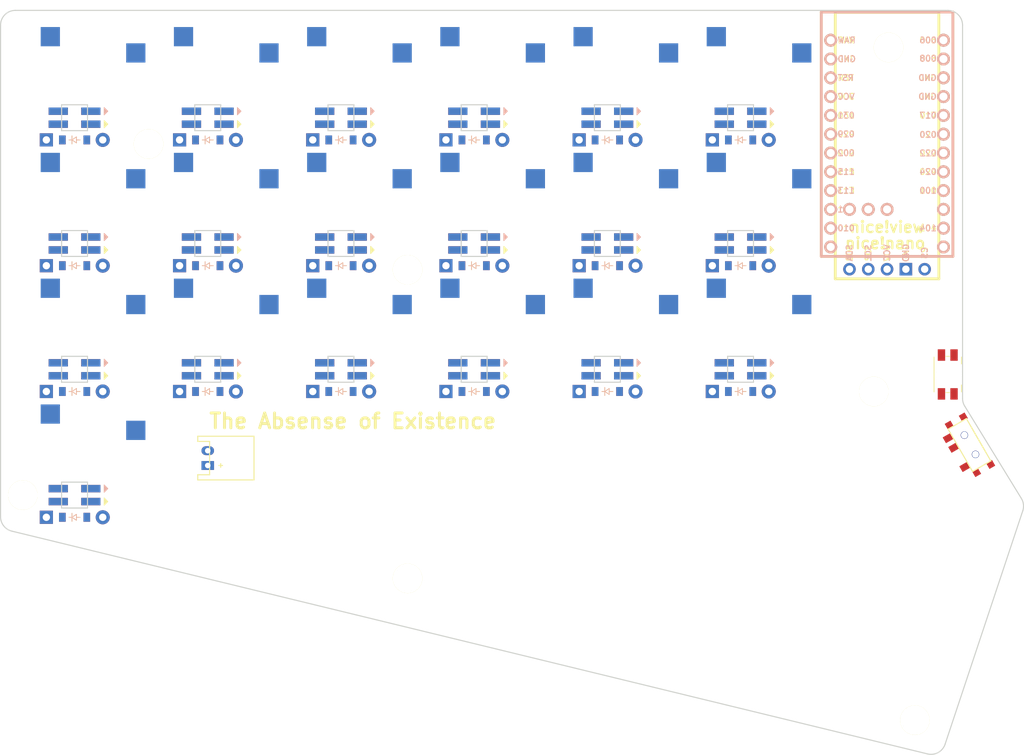
<source format=kicad_pcb>


(kicad_pcb (version 20171130) (host pcbnew 5.1.6)

  (page A3)
  (title_block
    (title "theguy")
    (rev "v1.0.0")
    (company "Unknown")
  )

  (general
    (thickness 1.6)
  )

  (layers
    (0 F.Cu signal)
    (31 B.Cu signal)
    (32 B.Adhes user)
    (33 F.Adhes user)
    (34 B.Paste user)
    (35 F.Paste user)
    (36 B.SilkS user)
    (37 F.SilkS user)
    (38 B.Mask user)
    (39 F.Mask user)
    (40 Dwgs.User user)
    (41 Cmts.User user)
    (42 Eco1.User user)
    (43 Eco2.User user)
    (44 Edge.Cuts user)
    (45 Margin user)
    (46 B.CrtYd user)
    (47 F.CrtYd user)
    (48 B.Fab user)
    (49 F.Fab user)
  )

  (setup
    (last_trace_width 0.25)
    (trace_clearance 0.2)
    (zone_clearance 0.508)
    (zone_45_only no)
    (trace_min 0.2)
    (via_size 0.8)
    (via_drill 0.4)
    (via_min_size 0.4)
    (via_min_drill 0.3)
    (uvia_size 0.3)
    (uvia_drill 0.1)
    (uvias_allowed no)
    (uvia_min_size 0.2)
    (uvia_min_drill 0.1)
    (edge_width 0.05)
    (segment_width 0.2)
    (pcb_text_width 0.3)
    (pcb_text_size 1.5 1.5)
    (mod_edge_width 0.12)
    (mod_text_size 1 1)
    (mod_text_width 0.15)
    (pad_size 1.524 1.524)
    (pad_drill 0.762)
    (pad_to_mask_clearance 0.05)
    (aux_axis_origin 0 0)
    (visible_elements FFFFFF7F)
    (pcbplotparams
      (layerselection 0x010fc_ffffffff)
      (usegerberextensions false)
      (usegerberattributes true)
      (usegerberadvancedattributes true)
      (creategerberjobfile true)
      (excludeedgelayer true)
      (linewidth 0.100000)
      (plotframeref false)
      (viasonmask false)
      (mode 1)
      (useauxorigin false)
      (hpglpennumber 1)
      (hpglpenspeed 20)
      (hpglpendiameter 15.000000)
      (psnegative false)
      (psa4output false)
      (plotreference true)
      (plotvalue true)
      (plotinvisibletext false)
      (padsonsilk false)
      (subtractmaskfromsilk false)
      (outputformat 1)
      (mirror false)
      (drillshape 1)
      (scaleselection 1)
      (outputdirectory ""))
  )

  (net 0 "")
(net 1 "P031")
(net 2 "hell_last")
(net 3 "hell_bottom")
(net 4 "hell_home")
(net 5 "hell_top")
(net 6 "P029")
(net 7 "pinky_bottom")
(net 8 "pinky_home")
(net 9 "pinky_top")
(net 10 "P002")
(net 11 "ring_bottom")
(net 12 "ring_home")
(net 13 "ring_top")
(net 14 "P115")
(net 15 "middle_bottom")
(net 16 "middle_home")
(net 17 "middle_top")
(net 18 "P113")
(net 19 "index_bottom")
(net 20 "index_home")
(net 21 "index_top")
(net 22 "P111")
(net 23 "inner_bottom")
(net 24 "inner_home")
(net 25 "inner_top")
(net 26 "VCC")
(net 27 "GND")
(net 28 "P010")
(net 29 "P009")
(net 30 "P106")
(net 31 "P104")
(net 32 "RAW")
(net 33 "RST")
(net 34 "P006")
(net 35 "P008")
(net 36 "P017")
(net 37 "P020")
(net 38 "P022")
(net 39 "P024")
(net 40 "P100")
(net 41 "P011")
(net 42 "P101")
(net 43 "P102")
(net 44 "P107")
(net 45 "pos")

  (net_class Default "This is the default net class."
    (clearance 0.2)
    (trace_width 0.25)
    (via_dia 0.8)
    (via_drill 0.4)
    (uvia_dia 0.3)
    (uvia_drill 0.1)
    (add_net "")
(add_net "P031")
(add_net "hell_last")
(add_net "hell_bottom")
(add_net "hell_home")
(add_net "hell_top")
(add_net "P029")
(add_net "pinky_bottom")
(add_net "pinky_home")
(add_net "pinky_top")
(add_net "P002")
(add_net "ring_bottom")
(add_net "ring_home")
(add_net "ring_top")
(add_net "P115")
(add_net "middle_bottom")
(add_net "middle_home")
(add_net "middle_top")
(add_net "P113")
(add_net "index_bottom")
(add_net "index_home")
(add_net "index_top")
(add_net "P111")
(add_net "inner_bottom")
(add_net "inner_home")
(add_net "inner_top")
(add_net "VCC")
(add_net "GND")
(add_net "P010")
(add_net "P009")
(add_net "P106")
(add_net "P104")
(add_net "RAW")
(add_net "RST")
(add_net "P006")
(add_net "P008")
(add_net "P017")
(add_net "P020")
(add_net "P022")
(add_net "P024")
(add_net "P100")
(add_net "P011")
(add_net "P101")
(add_net "P102")
(add_net "P107")
(add_net "pos")
  )

  
        
      (module PG1350 (layer F.Cu) (tedit 5DD50112)
      (at 100 100 0)

      
      (fp_text reference "S1" (at 0 0) (layer F.SilkS) hide (effects (font (size 1.27 1.27) (thickness 0.15))))
      (fp_text value "" (at 0 0) (layer F.SilkS) hide (effects (font (size 1.27 1.27) (thickness 0.15))))

      
      (fp_line (start -7 -6) (end -7 -7) (layer Dwgs.User) (width 0.15))
      (fp_line (start -7 7) (end -6 7) (layer Dwgs.User) (width 0.15))
      (fp_line (start -6 -7) (end -7 -7) (layer Dwgs.User) (width 0.15))
      (fp_line (start -7 7) (end -7 6) (layer Dwgs.User) (width 0.15))
      (fp_line (start 7 6) (end 7 7) (layer Dwgs.User) (width 0.15))
      (fp_line (start 7 -7) (end 6 -7) (layer Dwgs.User) (width 0.15))
      (fp_line (start 6 7) (end 7 7) (layer Dwgs.User) (width 0.15))
      (fp_line (start 7 -7) (end 7 -6) (layer Dwgs.User) (width 0.15))      
      
      
      (pad "" np_thru_hole circle (at 0 0) (size 3.429 3.429) (drill 3.429) (layers *.Cu *.Mask))
        
      
      (pad "" np_thru_hole circle (at 5.5 0) (size 1.7018 1.7018) (drill 1.7018) (layers *.Cu *.Mask))
      (pad "" np_thru_hole circle (at -5.5 0) (size 1.7018 1.7018) (drill 1.7018) (layers *.Cu *.Mask))
      
        
      
      (fp_line (start -9 -8.5) (end 9 -8.5) (layer Dwgs.User) (width 0.15))
      (fp_line (start 9 -8.5) (end 9 8.5) (layer Dwgs.User) (width 0.15))
      (fp_line (start 9 8.5) (end -9 8.5) (layer Dwgs.User) (width 0.15))
      (fp_line (start -9 8.5) (end -9 -8.5) (layer Dwgs.User) (width 0.15))
      
        
          
          (pad "" np_thru_hole circle (at 5 -3.75) (size 3 3) (drill 3) (layers *.Cu *.Mask))
          (pad "" np_thru_hole circle (at 0 -5.95) (size 3 3) (drill 3) (layers *.Cu *.Mask))
      
          
          (pad 1 smd rect (at -3.275 -5.95 0) (size 2.6 2.6) (layers B.Cu B.Paste B.Mask)  (net 1 "P031"))
          (pad 2 smd rect (at 8.275 -3.75 0) (size 2.6 2.6) (layers B.Cu B.Paste B.Mask)  (net 2 "hell_last"))
        )
        

        
      (module PG1350 (layer F.Cu) (tedit 5DD50112)
      (at 100 83 0)

      
      (fp_text reference "S2" (at 0 0) (layer F.SilkS) hide (effects (font (size 1.27 1.27) (thickness 0.15))))
      (fp_text value "" (at 0 0) (layer F.SilkS) hide (effects (font (size 1.27 1.27) (thickness 0.15))))

      
      (fp_line (start -7 -6) (end -7 -7) (layer Dwgs.User) (width 0.15))
      (fp_line (start -7 7) (end -6 7) (layer Dwgs.User) (width 0.15))
      (fp_line (start -6 -7) (end -7 -7) (layer Dwgs.User) (width 0.15))
      (fp_line (start -7 7) (end -7 6) (layer Dwgs.User) (width 0.15))
      (fp_line (start 7 6) (end 7 7) (layer Dwgs.User) (width 0.15))
      (fp_line (start 7 -7) (end 6 -7) (layer Dwgs.User) (width 0.15))
      (fp_line (start 6 7) (end 7 7) (layer Dwgs.User) (width 0.15))
      (fp_line (start 7 -7) (end 7 -6) (layer Dwgs.User) (width 0.15))      
      
      
      (pad "" np_thru_hole circle (at 0 0) (size 3.429 3.429) (drill 3.429) (layers *.Cu *.Mask))
        
      
      (pad "" np_thru_hole circle (at 5.5 0) (size 1.7018 1.7018) (drill 1.7018) (layers *.Cu *.Mask))
      (pad "" np_thru_hole circle (at -5.5 0) (size 1.7018 1.7018) (drill 1.7018) (layers *.Cu *.Mask))
      
        
      
      (fp_line (start -9 -8.5) (end 9 -8.5) (layer Dwgs.User) (width 0.15))
      (fp_line (start 9 -8.5) (end 9 8.5) (layer Dwgs.User) (width 0.15))
      (fp_line (start 9 8.5) (end -9 8.5) (layer Dwgs.User) (width 0.15))
      (fp_line (start -9 8.5) (end -9 -8.5) (layer Dwgs.User) (width 0.15))
      
        
          
          (pad "" np_thru_hole circle (at 5 -3.75) (size 3 3) (drill 3) (layers *.Cu *.Mask))
          (pad "" np_thru_hole circle (at 0 -5.95) (size 3 3) (drill 3) (layers *.Cu *.Mask))
      
          
          (pad 1 smd rect (at -3.275 -5.95 0) (size 2.6 2.6) (layers B.Cu B.Paste B.Mask)  (net 1 "P031"))
          (pad 2 smd rect (at 8.275 -3.75 0) (size 2.6 2.6) (layers B.Cu B.Paste B.Mask)  (net 3 "hell_bottom"))
        )
        

        
      (module PG1350 (layer F.Cu) (tedit 5DD50112)
      (at 100 66 0)

      
      (fp_text reference "S3" (at 0 0) (layer F.SilkS) hide (effects (font (size 1.27 1.27) (thickness 0.15))))
      (fp_text value "" (at 0 0) (layer F.SilkS) hide (effects (font (size 1.27 1.27) (thickness 0.15))))

      
      (fp_line (start -7 -6) (end -7 -7) (layer Dwgs.User) (width 0.15))
      (fp_line (start -7 7) (end -6 7) (layer Dwgs.User) (width 0.15))
      (fp_line (start -6 -7) (end -7 -7) (layer Dwgs.User) (width 0.15))
      (fp_line (start -7 7) (end -7 6) (layer Dwgs.User) (width 0.15))
      (fp_line (start 7 6) (end 7 7) (layer Dwgs.User) (width 0.15))
      (fp_line (start 7 -7) (end 6 -7) (layer Dwgs.User) (width 0.15))
      (fp_line (start 6 7) (end 7 7) (layer Dwgs.User) (width 0.15))
      (fp_line (start 7 -7) (end 7 -6) (layer Dwgs.User) (width 0.15))      
      
      
      (pad "" np_thru_hole circle (at 0 0) (size 3.429 3.429) (drill 3.429) (layers *.Cu *.Mask))
        
      
      (pad "" np_thru_hole circle (at 5.5 0) (size 1.7018 1.7018) (drill 1.7018) (layers *.Cu *.Mask))
      (pad "" np_thru_hole circle (at -5.5 0) (size 1.7018 1.7018) (drill 1.7018) (layers *.Cu *.Mask))
      
        
      
      (fp_line (start -9 -8.5) (end 9 -8.5) (layer Dwgs.User) (width 0.15))
      (fp_line (start 9 -8.5) (end 9 8.5) (layer Dwgs.User) (width 0.15))
      (fp_line (start 9 8.5) (end -9 8.5) (layer Dwgs.User) (width 0.15))
      (fp_line (start -9 8.5) (end -9 -8.5) (layer Dwgs.User) (width 0.15))
      
        
          
          (pad "" np_thru_hole circle (at 5 -3.75) (size 3 3) (drill 3) (layers *.Cu *.Mask))
          (pad "" np_thru_hole circle (at 0 -5.95) (size 3 3) (drill 3) (layers *.Cu *.Mask))
      
          
          (pad 1 smd rect (at -3.275 -5.95 0) (size 2.6 2.6) (layers B.Cu B.Paste B.Mask)  (net 1 "P031"))
          (pad 2 smd rect (at 8.275 -3.75 0) (size 2.6 2.6) (layers B.Cu B.Paste B.Mask)  (net 4 "hell_home"))
        )
        

        
      (module PG1350 (layer F.Cu) (tedit 5DD50112)
      (at 100 49 0)

      
      (fp_text reference "S4" (at 0 0) (layer F.SilkS) hide (effects (font (size 1.27 1.27) (thickness 0.15))))
      (fp_text value "" (at 0 0) (layer F.SilkS) hide (effects (font (size 1.27 1.27) (thickness 0.15))))

      
      (fp_line (start -7 -6) (end -7 -7) (layer Dwgs.User) (width 0.15))
      (fp_line (start -7 7) (end -6 7) (layer Dwgs.User) (width 0.15))
      (fp_line (start -6 -7) (end -7 -7) (layer Dwgs.User) (width 0.15))
      (fp_line (start -7 7) (end -7 6) (layer Dwgs.User) (width 0.15))
      (fp_line (start 7 6) (end 7 7) (layer Dwgs.User) (width 0.15))
      (fp_line (start 7 -7) (end 6 -7) (layer Dwgs.User) (width 0.15))
      (fp_line (start 6 7) (end 7 7) (layer Dwgs.User) (width 0.15))
      (fp_line (start 7 -7) (end 7 -6) (layer Dwgs.User) (width 0.15))      
      
      
      (pad "" np_thru_hole circle (at 0 0) (size 3.429 3.429) (drill 3.429) (layers *.Cu *.Mask))
        
      
      (pad "" np_thru_hole circle (at 5.5 0) (size 1.7018 1.7018) (drill 1.7018) (layers *.Cu *.Mask))
      (pad "" np_thru_hole circle (at -5.5 0) (size 1.7018 1.7018) (drill 1.7018) (layers *.Cu *.Mask))
      
        
      
      (fp_line (start -9 -8.5) (end 9 -8.5) (layer Dwgs.User) (width 0.15))
      (fp_line (start 9 -8.5) (end 9 8.5) (layer Dwgs.User) (width 0.15))
      (fp_line (start 9 8.5) (end -9 8.5) (layer Dwgs.User) (width 0.15))
      (fp_line (start -9 8.5) (end -9 -8.5) (layer Dwgs.User) (width 0.15))
      
        
          
          (pad "" np_thru_hole circle (at 5 -3.75) (size 3 3) (drill 3) (layers *.Cu *.Mask))
          (pad "" np_thru_hole circle (at 0 -5.95) (size 3 3) (drill 3) (layers *.Cu *.Mask))
      
          
          (pad 1 smd rect (at -3.275 -5.95 0) (size 2.6 2.6) (layers B.Cu B.Paste B.Mask)  (net 1 "P031"))
          (pad 2 smd rect (at 8.275 -3.75 0) (size 2.6 2.6) (layers B.Cu B.Paste B.Mask)  (net 5 "hell_top"))
        )
        

        
      (module PG1350 (layer F.Cu) (tedit 5DD50112)
      (at 118 83 0)

      
      (fp_text reference "S5" (at 0 0) (layer F.SilkS) hide (effects (font (size 1.27 1.27) (thickness 0.15))))
      (fp_text value "" (at 0 0) (layer F.SilkS) hide (effects (font (size 1.27 1.27) (thickness 0.15))))

      
      (fp_line (start -7 -6) (end -7 -7) (layer Dwgs.User) (width 0.15))
      (fp_line (start -7 7) (end -6 7) (layer Dwgs.User) (width 0.15))
      (fp_line (start -6 -7) (end -7 -7) (layer Dwgs.User) (width 0.15))
      (fp_line (start -7 7) (end -7 6) (layer Dwgs.User) (width 0.15))
      (fp_line (start 7 6) (end 7 7) (layer Dwgs.User) (width 0.15))
      (fp_line (start 7 -7) (end 6 -7) (layer Dwgs.User) (width 0.15))
      (fp_line (start 6 7) (end 7 7) (layer Dwgs.User) (width 0.15))
      (fp_line (start 7 -7) (end 7 -6) (layer Dwgs.User) (width 0.15))      
      
      
      (pad "" np_thru_hole circle (at 0 0) (size 3.429 3.429) (drill 3.429) (layers *.Cu *.Mask))
        
      
      (pad "" np_thru_hole circle (at 5.5 0) (size 1.7018 1.7018) (drill 1.7018) (layers *.Cu *.Mask))
      (pad "" np_thru_hole circle (at -5.5 0) (size 1.7018 1.7018) (drill 1.7018) (layers *.Cu *.Mask))
      
        
      
      (fp_line (start -9 -8.5) (end 9 -8.5) (layer Dwgs.User) (width 0.15))
      (fp_line (start 9 -8.5) (end 9 8.5) (layer Dwgs.User) (width 0.15))
      (fp_line (start 9 8.5) (end -9 8.5) (layer Dwgs.User) (width 0.15))
      (fp_line (start -9 8.5) (end -9 -8.5) (layer Dwgs.User) (width 0.15))
      
        
          
          (pad "" np_thru_hole circle (at 5 -3.75) (size 3 3) (drill 3) (layers *.Cu *.Mask))
          (pad "" np_thru_hole circle (at 0 -5.95) (size 3 3) (drill 3) (layers *.Cu *.Mask))
      
          
          (pad 1 smd rect (at -3.275 -5.95 0) (size 2.6 2.6) (layers B.Cu B.Paste B.Mask)  (net 6 "P029"))
          (pad 2 smd rect (at 8.275 -3.75 0) (size 2.6 2.6) (layers B.Cu B.Paste B.Mask)  (net 7 "pinky_bottom"))
        )
        

        
      (module PG1350 (layer F.Cu) (tedit 5DD50112)
      (at 118 66 0)

      
      (fp_text reference "S6" (at 0 0) (layer F.SilkS) hide (effects (font (size 1.27 1.27) (thickness 0.15))))
      (fp_text value "" (at 0 0) (layer F.SilkS) hide (effects (font (size 1.27 1.27) (thickness 0.15))))

      
      (fp_line (start -7 -6) (end -7 -7) (layer Dwgs.User) (width 0.15))
      (fp_line (start -7 7) (end -6 7) (layer Dwgs.User) (width 0.15))
      (fp_line (start -6 -7) (end -7 -7) (layer Dwgs.User) (width 0.15))
      (fp_line (start -7 7) (end -7 6) (layer Dwgs.User) (width 0.15))
      (fp_line (start 7 6) (end 7 7) (layer Dwgs.User) (width 0.15))
      (fp_line (start 7 -7) (end 6 -7) (layer Dwgs.User) (width 0.15))
      (fp_line (start 6 7) (end 7 7) (layer Dwgs.User) (width 0.15))
      (fp_line (start 7 -7) (end 7 -6) (layer Dwgs.User) (width 0.15))      
      
      
      (pad "" np_thru_hole circle (at 0 0) (size 3.429 3.429) (drill 3.429) (layers *.Cu *.Mask))
        
      
      (pad "" np_thru_hole circle (at 5.5 0) (size 1.7018 1.7018) (drill 1.7018) (layers *.Cu *.Mask))
      (pad "" np_thru_hole circle (at -5.5 0) (size 1.7018 1.7018) (drill 1.7018) (layers *.Cu *.Mask))
      
        
      
      (fp_line (start -9 -8.5) (end 9 -8.5) (layer Dwgs.User) (width 0.15))
      (fp_line (start 9 -8.5) (end 9 8.5) (layer Dwgs.User) (width 0.15))
      (fp_line (start 9 8.5) (end -9 8.5) (layer Dwgs.User) (width 0.15))
      (fp_line (start -9 8.5) (end -9 -8.5) (layer Dwgs.User) (width 0.15))
      
        
          
          (pad "" np_thru_hole circle (at 5 -3.75) (size 3 3) (drill 3) (layers *.Cu *.Mask))
          (pad "" np_thru_hole circle (at 0 -5.95) (size 3 3) (drill 3) (layers *.Cu *.Mask))
      
          
          (pad 1 smd rect (at -3.275 -5.95 0) (size 2.6 2.6) (layers B.Cu B.Paste B.Mask)  (net 6 "P029"))
          (pad 2 smd rect (at 8.275 -3.75 0) (size 2.6 2.6) (layers B.Cu B.Paste B.Mask)  (net 8 "pinky_home"))
        )
        

        
      (module PG1350 (layer F.Cu) (tedit 5DD50112)
      (at 118 49 0)

      
      (fp_text reference "S7" (at 0 0) (layer F.SilkS) hide (effects (font (size 1.27 1.27) (thickness 0.15))))
      (fp_text value "" (at 0 0) (layer F.SilkS) hide (effects (font (size 1.27 1.27) (thickness 0.15))))

      
      (fp_line (start -7 -6) (end -7 -7) (layer Dwgs.User) (width 0.15))
      (fp_line (start -7 7) (end -6 7) (layer Dwgs.User) (width 0.15))
      (fp_line (start -6 -7) (end -7 -7) (layer Dwgs.User) (width 0.15))
      (fp_line (start -7 7) (end -7 6) (layer Dwgs.User) (width 0.15))
      (fp_line (start 7 6) (end 7 7) (layer Dwgs.User) (width 0.15))
      (fp_line (start 7 -7) (end 6 -7) (layer Dwgs.User) (width 0.15))
      (fp_line (start 6 7) (end 7 7) (layer Dwgs.User) (width 0.15))
      (fp_line (start 7 -7) (end 7 -6) (layer Dwgs.User) (width 0.15))      
      
      
      (pad "" np_thru_hole circle (at 0 0) (size 3.429 3.429) (drill 3.429) (layers *.Cu *.Mask))
        
      
      (pad "" np_thru_hole circle (at 5.5 0) (size 1.7018 1.7018) (drill 1.7018) (layers *.Cu *.Mask))
      (pad "" np_thru_hole circle (at -5.5 0) (size 1.7018 1.7018) (drill 1.7018) (layers *.Cu *.Mask))
      
        
      
      (fp_line (start -9 -8.5) (end 9 -8.5) (layer Dwgs.User) (width 0.15))
      (fp_line (start 9 -8.5) (end 9 8.5) (layer Dwgs.User) (width 0.15))
      (fp_line (start 9 8.5) (end -9 8.5) (layer Dwgs.User) (width 0.15))
      (fp_line (start -9 8.5) (end -9 -8.5) (layer Dwgs.User) (width 0.15))
      
        
          
          (pad "" np_thru_hole circle (at 5 -3.75) (size 3 3) (drill 3) (layers *.Cu *.Mask))
          (pad "" np_thru_hole circle (at 0 -5.95) (size 3 3) (drill 3) (layers *.Cu *.Mask))
      
          
          (pad 1 smd rect (at -3.275 -5.95 0) (size 2.6 2.6) (layers B.Cu B.Paste B.Mask)  (net 6 "P029"))
          (pad 2 smd rect (at 8.275 -3.75 0) (size 2.6 2.6) (layers B.Cu B.Paste B.Mask)  (net 9 "pinky_top"))
        )
        

        
      (module PG1350 (layer F.Cu) (tedit 5DD50112)
      (at 136 83 0)

      
      (fp_text reference "S8" (at 0 0) (layer F.SilkS) hide (effects (font (size 1.27 1.27) (thickness 0.15))))
      (fp_text value "" (at 0 0) (layer F.SilkS) hide (effects (font (size 1.27 1.27) (thickness 0.15))))

      
      (fp_line (start -7 -6) (end -7 -7) (layer Dwgs.User) (width 0.15))
      (fp_line (start -7 7) (end -6 7) (layer Dwgs.User) (width 0.15))
      (fp_line (start -6 -7) (end -7 -7) (layer Dwgs.User) (width 0.15))
      (fp_line (start -7 7) (end -7 6) (layer Dwgs.User) (width 0.15))
      (fp_line (start 7 6) (end 7 7) (layer Dwgs.User) (width 0.15))
      (fp_line (start 7 -7) (end 6 -7) (layer Dwgs.User) (width 0.15))
      (fp_line (start 6 7) (end 7 7) (layer Dwgs.User) (width 0.15))
      (fp_line (start 7 -7) (end 7 -6) (layer Dwgs.User) (width 0.15))      
      
      
      (pad "" np_thru_hole circle (at 0 0) (size 3.429 3.429) (drill 3.429) (layers *.Cu *.Mask))
        
      
      (pad "" np_thru_hole circle (at 5.5 0) (size 1.7018 1.7018) (drill 1.7018) (layers *.Cu *.Mask))
      (pad "" np_thru_hole circle (at -5.5 0) (size 1.7018 1.7018) (drill 1.7018) (layers *.Cu *.Mask))
      
        
      
      (fp_line (start -9 -8.5) (end 9 -8.5) (layer Dwgs.User) (width 0.15))
      (fp_line (start 9 -8.5) (end 9 8.5) (layer Dwgs.User) (width 0.15))
      (fp_line (start 9 8.5) (end -9 8.5) (layer Dwgs.User) (width 0.15))
      (fp_line (start -9 8.5) (end -9 -8.5) (layer Dwgs.User) (width 0.15))
      
        
          
          (pad "" np_thru_hole circle (at 5 -3.75) (size 3 3) (drill 3) (layers *.Cu *.Mask))
          (pad "" np_thru_hole circle (at 0 -5.95) (size 3 3) (drill 3) (layers *.Cu *.Mask))
      
          
          (pad 1 smd rect (at -3.275 -5.95 0) (size 2.6 2.6) (layers B.Cu B.Paste B.Mask)  (net 10 "P002"))
          (pad 2 smd rect (at 8.275 -3.75 0) (size 2.6 2.6) (layers B.Cu B.Paste B.Mask)  (net 11 "ring_bottom"))
        )
        

        
      (module PG1350 (layer F.Cu) (tedit 5DD50112)
      (at 136 66 0)

      
      (fp_text reference "S9" (at 0 0) (layer F.SilkS) hide (effects (font (size 1.27 1.27) (thickness 0.15))))
      (fp_text value "" (at 0 0) (layer F.SilkS) hide (effects (font (size 1.27 1.27) (thickness 0.15))))

      
      (fp_line (start -7 -6) (end -7 -7) (layer Dwgs.User) (width 0.15))
      (fp_line (start -7 7) (end -6 7) (layer Dwgs.User) (width 0.15))
      (fp_line (start -6 -7) (end -7 -7) (layer Dwgs.User) (width 0.15))
      (fp_line (start -7 7) (end -7 6) (layer Dwgs.User) (width 0.15))
      (fp_line (start 7 6) (end 7 7) (layer Dwgs.User) (width 0.15))
      (fp_line (start 7 -7) (end 6 -7) (layer Dwgs.User) (width 0.15))
      (fp_line (start 6 7) (end 7 7) (layer Dwgs.User) (width 0.15))
      (fp_line (start 7 -7) (end 7 -6) (layer Dwgs.User) (width 0.15))      
      
      
      (pad "" np_thru_hole circle (at 0 0) (size 3.429 3.429) (drill 3.429) (layers *.Cu *.Mask))
        
      
      (pad "" np_thru_hole circle (at 5.5 0) (size 1.7018 1.7018) (drill 1.7018) (layers *.Cu *.Mask))
      (pad "" np_thru_hole circle (at -5.5 0) (size 1.7018 1.7018) (drill 1.7018) (layers *.Cu *.Mask))
      
        
      
      (fp_line (start -9 -8.5) (end 9 -8.5) (layer Dwgs.User) (width 0.15))
      (fp_line (start 9 -8.5) (end 9 8.5) (layer Dwgs.User) (width 0.15))
      (fp_line (start 9 8.5) (end -9 8.5) (layer Dwgs.User) (width 0.15))
      (fp_line (start -9 8.5) (end -9 -8.5) (layer Dwgs.User) (width 0.15))
      
        
          
          (pad "" np_thru_hole circle (at 5 -3.75) (size 3 3) (drill 3) (layers *.Cu *.Mask))
          (pad "" np_thru_hole circle (at 0 -5.95) (size 3 3) (drill 3) (layers *.Cu *.Mask))
      
          
          (pad 1 smd rect (at -3.275 -5.95 0) (size 2.6 2.6) (layers B.Cu B.Paste B.Mask)  (net 10 "P002"))
          (pad 2 smd rect (at 8.275 -3.75 0) (size 2.6 2.6) (layers B.Cu B.Paste B.Mask)  (net 12 "ring_home"))
        )
        

        
      (module PG1350 (layer F.Cu) (tedit 5DD50112)
      (at 136 49 0)

      
      (fp_text reference "S10" (at 0 0) (layer F.SilkS) hide (effects (font (size 1.27 1.27) (thickness 0.15))))
      (fp_text value "" (at 0 0) (layer F.SilkS) hide (effects (font (size 1.27 1.27) (thickness 0.15))))

      
      (fp_line (start -7 -6) (end -7 -7) (layer Dwgs.User) (width 0.15))
      (fp_line (start -7 7) (end -6 7) (layer Dwgs.User) (width 0.15))
      (fp_line (start -6 -7) (end -7 -7) (layer Dwgs.User) (width 0.15))
      (fp_line (start -7 7) (end -7 6) (layer Dwgs.User) (width 0.15))
      (fp_line (start 7 6) (end 7 7) (layer Dwgs.User) (width 0.15))
      (fp_line (start 7 -7) (end 6 -7) (layer Dwgs.User) (width 0.15))
      (fp_line (start 6 7) (end 7 7) (layer Dwgs.User) (width 0.15))
      (fp_line (start 7 -7) (end 7 -6) (layer Dwgs.User) (width 0.15))      
      
      
      (pad "" np_thru_hole circle (at 0 0) (size 3.429 3.429) (drill 3.429) (layers *.Cu *.Mask))
        
      
      (pad "" np_thru_hole circle (at 5.5 0) (size 1.7018 1.7018) (drill 1.7018) (layers *.Cu *.Mask))
      (pad "" np_thru_hole circle (at -5.5 0) (size 1.7018 1.7018) (drill 1.7018) (layers *.Cu *.Mask))
      
        
      
      (fp_line (start -9 -8.5) (end 9 -8.5) (layer Dwgs.User) (width 0.15))
      (fp_line (start 9 -8.5) (end 9 8.5) (layer Dwgs.User) (width 0.15))
      (fp_line (start 9 8.5) (end -9 8.5) (layer Dwgs.User) (width 0.15))
      (fp_line (start -9 8.5) (end -9 -8.5) (layer Dwgs.User) (width 0.15))
      
        
          
          (pad "" np_thru_hole circle (at 5 -3.75) (size 3 3) (drill 3) (layers *.Cu *.Mask))
          (pad "" np_thru_hole circle (at 0 -5.95) (size 3 3) (drill 3) (layers *.Cu *.Mask))
      
          
          (pad 1 smd rect (at -3.275 -5.95 0) (size 2.6 2.6) (layers B.Cu B.Paste B.Mask)  (net 10 "P002"))
          (pad 2 smd rect (at 8.275 -3.75 0) (size 2.6 2.6) (layers B.Cu B.Paste B.Mask)  (net 13 "ring_top"))
        )
        

        
      (module PG1350 (layer F.Cu) (tedit 5DD50112)
      (at 154 83 0)

      
      (fp_text reference "S11" (at 0 0) (layer F.SilkS) hide (effects (font (size 1.27 1.27) (thickness 0.15))))
      (fp_text value "" (at 0 0) (layer F.SilkS) hide (effects (font (size 1.27 1.27) (thickness 0.15))))

      
      (fp_line (start -7 -6) (end -7 -7) (layer Dwgs.User) (width 0.15))
      (fp_line (start -7 7) (end -6 7) (layer Dwgs.User) (width 0.15))
      (fp_line (start -6 -7) (end -7 -7) (layer Dwgs.User) (width 0.15))
      (fp_line (start -7 7) (end -7 6) (layer Dwgs.User) (width 0.15))
      (fp_line (start 7 6) (end 7 7) (layer Dwgs.User) (width 0.15))
      (fp_line (start 7 -7) (end 6 -7) (layer Dwgs.User) (width 0.15))
      (fp_line (start 6 7) (end 7 7) (layer Dwgs.User) (width 0.15))
      (fp_line (start 7 -7) (end 7 -6) (layer Dwgs.User) (width 0.15))      
      
      
      (pad "" np_thru_hole circle (at 0 0) (size 3.429 3.429) (drill 3.429) (layers *.Cu *.Mask))
        
      
      (pad "" np_thru_hole circle (at 5.5 0) (size 1.7018 1.7018) (drill 1.7018) (layers *.Cu *.Mask))
      (pad "" np_thru_hole circle (at -5.5 0) (size 1.7018 1.7018) (drill 1.7018) (layers *.Cu *.Mask))
      
        
      
      (fp_line (start -9 -8.5) (end 9 -8.5) (layer Dwgs.User) (width 0.15))
      (fp_line (start 9 -8.5) (end 9 8.5) (layer Dwgs.User) (width 0.15))
      (fp_line (start 9 8.5) (end -9 8.5) (layer Dwgs.User) (width 0.15))
      (fp_line (start -9 8.5) (end -9 -8.5) (layer Dwgs.User) (width 0.15))
      
        
          
          (pad "" np_thru_hole circle (at 5 -3.75) (size 3 3) (drill 3) (layers *.Cu *.Mask))
          (pad "" np_thru_hole circle (at 0 -5.95) (size 3 3) (drill 3) (layers *.Cu *.Mask))
      
          
          (pad 1 smd rect (at -3.275 -5.95 0) (size 2.6 2.6) (layers B.Cu B.Paste B.Mask)  (net 14 "P115"))
          (pad 2 smd rect (at 8.275 -3.75 0) (size 2.6 2.6) (layers B.Cu B.Paste B.Mask)  (net 15 "middle_bottom"))
        )
        

        
      (module PG1350 (layer F.Cu) (tedit 5DD50112)
      (at 154 66 0)

      
      (fp_text reference "S12" (at 0 0) (layer F.SilkS) hide (effects (font (size 1.27 1.27) (thickness 0.15))))
      (fp_text value "" (at 0 0) (layer F.SilkS) hide (effects (font (size 1.27 1.27) (thickness 0.15))))

      
      (fp_line (start -7 -6) (end -7 -7) (layer Dwgs.User) (width 0.15))
      (fp_line (start -7 7) (end -6 7) (layer Dwgs.User) (width 0.15))
      (fp_line (start -6 -7) (end -7 -7) (layer Dwgs.User) (width 0.15))
      (fp_line (start -7 7) (end -7 6) (layer Dwgs.User) (width 0.15))
      (fp_line (start 7 6) (end 7 7) (layer Dwgs.User) (width 0.15))
      (fp_line (start 7 -7) (end 6 -7) (layer Dwgs.User) (width 0.15))
      (fp_line (start 6 7) (end 7 7) (layer Dwgs.User) (width 0.15))
      (fp_line (start 7 -7) (end 7 -6) (layer Dwgs.User) (width 0.15))      
      
      
      (pad "" np_thru_hole circle (at 0 0) (size 3.429 3.429) (drill 3.429) (layers *.Cu *.Mask))
        
      
      (pad "" np_thru_hole circle (at 5.5 0) (size 1.7018 1.7018) (drill 1.7018) (layers *.Cu *.Mask))
      (pad "" np_thru_hole circle (at -5.5 0) (size 1.7018 1.7018) (drill 1.7018) (layers *.Cu *.Mask))
      
        
      
      (fp_line (start -9 -8.5) (end 9 -8.5) (layer Dwgs.User) (width 0.15))
      (fp_line (start 9 -8.5) (end 9 8.5) (layer Dwgs.User) (width 0.15))
      (fp_line (start 9 8.5) (end -9 8.5) (layer Dwgs.User) (width 0.15))
      (fp_line (start -9 8.5) (end -9 -8.5) (layer Dwgs.User) (width 0.15))
      
        
          
          (pad "" np_thru_hole circle (at 5 -3.75) (size 3 3) (drill 3) (layers *.Cu *.Mask))
          (pad "" np_thru_hole circle (at 0 -5.95) (size 3 3) (drill 3) (layers *.Cu *.Mask))
      
          
          (pad 1 smd rect (at -3.275 -5.95 0) (size 2.6 2.6) (layers B.Cu B.Paste B.Mask)  (net 14 "P115"))
          (pad 2 smd rect (at 8.275 -3.75 0) (size 2.6 2.6) (layers B.Cu B.Paste B.Mask)  (net 16 "middle_home"))
        )
        

        
      (module PG1350 (layer F.Cu) (tedit 5DD50112)
      (at 154 49 0)

      
      (fp_text reference "S13" (at 0 0) (layer F.SilkS) hide (effects (font (size 1.27 1.27) (thickness 0.15))))
      (fp_text value "" (at 0 0) (layer F.SilkS) hide (effects (font (size 1.27 1.27) (thickness 0.15))))

      
      (fp_line (start -7 -6) (end -7 -7) (layer Dwgs.User) (width 0.15))
      (fp_line (start -7 7) (end -6 7) (layer Dwgs.User) (width 0.15))
      (fp_line (start -6 -7) (end -7 -7) (layer Dwgs.User) (width 0.15))
      (fp_line (start -7 7) (end -7 6) (layer Dwgs.User) (width 0.15))
      (fp_line (start 7 6) (end 7 7) (layer Dwgs.User) (width 0.15))
      (fp_line (start 7 -7) (end 6 -7) (layer Dwgs.User) (width 0.15))
      (fp_line (start 6 7) (end 7 7) (layer Dwgs.User) (width 0.15))
      (fp_line (start 7 -7) (end 7 -6) (layer Dwgs.User) (width 0.15))      
      
      
      (pad "" np_thru_hole circle (at 0 0) (size 3.429 3.429) (drill 3.429) (layers *.Cu *.Mask))
        
      
      (pad "" np_thru_hole circle (at 5.5 0) (size 1.7018 1.7018) (drill 1.7018) (layers *.Cu *.Mask))
      (pad "" np_thru_hole circle (at -5.5 0) (size 1.7018 1.7018) (drill 1.7018) (layers *.Cu *.Mask))
      
        
      
      (fp_line (start -9 -8.5) (end 9 -8.5) (layer Dwgs.User) (width 0.15))
      (fp_line (start 9 -8.5) (end 9 8.5) (layer Dwgs.User) (width 0.15))
      (fp_line (start 9 8.5) (end -9 8.5) (layer Dwgs.User) (width 0.15))
      (fp_line (start -9 8.5) (end -9 -8.5) (layer Dwgs.User) (width 0.15))
      
        
          
          (pad "" np_thru_hole circle (at 5 -3.75) (size 3 3) (drill 3) (layers *.Cu *.Mask))
          (pad "" np_thru_hole circle (at 0 -5.95) (size 3 3) (drill 3) (layers *.Cu *.Mask))
      
          
          (pad 1 smd rect (at -3.275 -5.95 0) (size 2.6 2.6) (layers B.Cu B.Paste B.Mask)  (net 14 "P115"))
          (pad 2 smd rect (at 8.275 -3.75 0) (size 2.6 2.6) (layers B.Cu B.Paste B.Mask)  (net 17 "middle_top"))
        )
        

        
      (module PG1350 (layer F.Cu) (tedit 5DD50112)
      (at 172 83 0)

      
      (fp_text reference "S14" (at 0 0) (layer F.SilkS) hide (effects (font (size 1.27 1.27) (thickness 0.15))))
      (fp_text value "" (at 0 0) (layer F.SilkS) hide (effects (font (size 1.27 1.27) (thickness 0.15))))

      
      (fp_line (start -7 -6) (end -7 -7) (layer Dwgs.User) (width 0.15))
      (fp_line (start -7 7) (end -6 7) (layer Dwgs.User) (width 0.15))
      (fp_line (start -6 -7) (end -7 -7) (layer Dwgs.User) (width 0.15))
      (fp_line (start -7 7) (end -7 6) (layer Dwgs.User) (width 0.15))
      (fp_line (start 7 6) (end 7 7) (layer Dwgs.User) (width 0.15))
      (fp_line (start 7 -7) (end 6 -7) (layer Dwgs.User) (width 0.15))
      (fp_line (start 6 7) (end 7 7) (layer Dwgs.User) (width 0.15))
      (fp_line (start 7 -7) (end 7 -6) (layer Dwgs.User) (width 0.15))      
      
      
      (pad "" np_thru_hole circle (at 0 0) (size 3.429 3.429) (drill 3.429) (layers *.Cu *.Mask))
        
      
      (pad "" np_thru_hole circle (at 5.5 0) (size 1.7018 1.7018) (drill 1.7018) (layers *.Cu *.Mask))
      (pad "" np_thru_hole circle (at -5.5 0) (size 1.7018 1.7018) (drill 1.7018) (layers *.Cu *.Mask))
      
        
      
      (fp_line (start -9 -8.5) (end 9 -8.5) (layer Dwgs.User) (width 0.15))
      (fp_line (start 9 -8.5) (end 9 8.5) (layer Dwgs.User) (width 0.15))
      (fp_line (start 9 8.5) (end -9 8.5) (layer Dwgs.User) (width 0.15))
      (fp_line (start -9 8.5) (end -9 -8.5) (layer Dwgs.User) (width 0.15))
      
        
          
          (pad "" np_thru_hole circle (at 5 -3.75) (size 3 3) (drill 3) (layers *.Cu *.Mask))
          (pad "" np_thru_hole circle (at 0 -5.95) (size 3 3) (drill 3) (layers *.Cu *.Mask))
      
          
          (pad 1 smd rect (at -3.275 -5.95 0) (size 2.6 2.6) (layers B.Cu B.Paste B.Mask)  (net 18 "P113"))
          (pad 2 smd rect (at 8.275 -3.75 0) (size 2.6 2.6) (layers B.Cu B.Paste B.Mask)  (net 19 "index_bottom"))
        )
        

        
      (module PG1350 (layer F.Cu) (tedit 5DD50112)
      (at 172 66 0)

      
      (fp_text reference "S15" (at 0 0) (layer F.SilkS) hide (effects (font (size 1.27 1.27) (thickness 0.15))))
      (fp_text value "" (at 0 0) (layer F.SilkS) hide (effects (font (size 1.27 1.27) (thickness 0.15))))

      
      (fp_line (start -7 -6) (end -7 -7) (layer Dwgs.User) (width 0.15))
      (fp_line (start -7 7) (end -6 7) (layer Dwgs.User) (width 0.15))
      (fp_line (start -6 -7) (end -7 -7) (layer Dwgs.User) (width 0.15))
      (fp_line (start -7 7) (end -7 6) (layer Dwgs.User) (width 0.15))
      (fp_line (start 7 6) (end 7 7) (layer Dwgs.User) (width 0.15))
      (fp_line (start 7 -7) (end 6 -7) (layer Dwgs.User) (width 0.15))
      (fp_line (start 6 7) (end 7 7) (layer Dwgs.User) (width 0.15))
      (fp_line (start 7 -7) (end 7 -6) (layer Dwgs.User) (width 0.15))      
      
      
      (pad "" np_thru_hole circle (at 0 0) (size 3.429 3.429) (drill 3.429) (layers *.Cu *.Mask))
        
      
      (pad "" np_thru_hole circle (at 5.5 0) (size 1.7018 1.7018) (drill 1.7018) (layers *.Cu *.Mask))
      (pad "" np_thru_hole circle (at -5.5 0) (size 1.7018 1.7018) (drill 1.7018) (layers *.Cu *.Mask))
      
        
      
      (fp_line (start -9 -8.5) (end 9 -8.5) (layer Dwgs.User) (width 0.15))
      (fp_line (start 9 -8.5) (end 9 8.5) (layer Dwgs.User) (width 0.15))
      (fp_line (start 9 8.5) (end -9 8.5) (layer Dwgs.User) (width 0.15))
      (fp_line (start -9 8.5) (end -9 -8.5) (layer Dwgs.User) (width 0.15))
      
        
          
          (pad "" np_thru_hole circle (at 5 -3.75) (size 3 3) (drill 3) (layers *.Cu *.Mask))
          (pad "" np_thru_hole circle (at 0 -5.95) (size 3 3) (drill 3) (layers *.Cu *.Mask))
      
          
          (pad 1 smd rect (at -3.275 -5.95 0) (size 2.6 2.6) (layers B.Cu B.Paste B.Mask)  (net 18 "P113"))
          (pad 2 smd rect (at 8.275 -3.75 0) (size 2.6 2.6) (layers B.Cu B.Paste B.Mask)  (net 20 "index_home"))
        )
        

        
      (module PG1350 (layer F.Cu) (tedit 5DD50112)
      (at 172 49 0)

      
      (fp_text reference "S16" (at 0 0) (layer F.SilkS) hide (effects (font (size 1.27 1.27) (thickness 0.15))))
      (fp_text value "" (at 0 0) (layer F.SilkS) hide (effects (font (size 1.27 1.27) (thickness 0.15))))

      
      (fp_line (start -7 -6) (end -7 -7) (layer Dwgs.User) (width 0.15))
      (fp_line (start -7 7) (end -6 7) (layer Dwgs.User) (width 0.15))
      (fp_line (start -6 -7) (end -7 -7) (layer Dwgs.User) (width 0.15))
      (fp_line (start -7 7) (end -7 6) (layer Dwgs.User) (width 0.15))
      (fp_line (start 7 6) (end 7 7) (layer Dwgs.User) (width 0.15))
      (fp_line (start 7 -7) (end 6 -7) (layer Dwgs.User) (width 0.15))
      (fp_line (start 6 7) (end 7 7) (layer Dwgs.User) (width 0.15))
      (fp_line (start 7 -7) (end 7 -6) (layer Dwgs.User) (width 0.15))      
      
      
      (pad "" np_thru_hole circle (at 0 0) (size 3.429 3.429) (drill 3.429) (layers *.Cu *.Mask))
        
      
      (pad "" np_thru_hole circle (at 5.5 0) (size 1.7018 1.7018) (drill 1.7018) (layers *.Cu *.Mask))
      (pad "" np_thru_hole circle (at -5.5 0) (size 1.7018 1.7018) (drill 1.7018) (layers *.Cu *.Mask))
      
        
      
      (fp_line (start -9 -8.5) (end 9 -8.5) (layer Dwgs.User) (width 0.15))
      (fp_line (start 9 -8.5) (end 9 8.5) (layer Dwgs.User) (width 0.15))
      (fp_line (start 9 8.5) (end -9 8.5) (layer Dwgs.User) (width 0.15))
      (fp_line (start -9 8.5) (end -9 -8.5) (layer Dwgs.User) (width 0.15))
      
        
          
          (pad "" np_thru_hole circle (at 5 -3.75) (size 3 3) (drill 3) (layers *.Cu *.Mask))
          (pad "" np_thru_hole circle (at 0 -5.95) (size 3 3) (drill 3) (layers *.Cu *.Mask))
      
          
          (pad 1 smd rect (at -3.275 -5.95 0) (size 2.6 2.6) (layers B.Cu B.Paste B.Mask)  (net 18 "P113"))
          (pad 2 smd rect (at 8.275 -3.75 0) (size 2.6 2.6) (layers B.Cu B.Paste B.Mask)  (net 21 "index_top"))
        )
        

        
      (module PG1350 (layer F.Cu) (tedit 5DD50112)
      (at 190 83 0)

      
      (fp_text reference "S17" (at 0 0) (layer F.SilkS) hide (effects (font (size 1.27 1.27) (thickness 0.15))))
      (fp_text value "" (at 0 0) (layer F.SilkS) hide (effects (font (size 1.27 1.27) (thickness 0.15))))

      
      (fp_line (start -7 -6) (end -7 -7) (layer Dwgs.User) (width 0.15))
      (fp_line (start -7 7) (end -6 7) (layer Dwgs.User) (width 0.15))
      (fp_line (start -6 -7) (end -7 -7) (layer Dwgs.User) (width 0.15))
      (fp_line (start -7 7) (end -7 6) (layer Dwgs.User) (width 0.15))
      (fp_line (start 7 6) (end 7 7) (layer Dwgs.User) (width 0.15))
      (fp_line (start 7 -7) (end 6 -7) (layer Dwgs.User) (width 0.15))
      (fp_line (start 6 7) (end 7 7) (layer Dwgs.User) (width 0.15))
      (fp_line (start 7 -7) (end 7 -6) (layer Dwgs.User) (width 0.15))      
      
      
      (pad "" np_thru_hole circle (at 0 0) (size 3.429 3.429) (drill 3.429) (layers *.Cu *.Mask))
        
      
      (pad "" np_thru_hole circle (at 5.5 0) (size 1.7018 1.7018) (drill 1.7018) (layers *.Cu *.Mask))
      (pad "" np_thru_hole circle (at -5.5 0) (size 1.7018 1.7018) (drill 1.7018) (layers *.Cu *.Mask))
      
        
      
      (fp_line (start -9 -8.5) (end 9 -8.5) (layer Dwgs.User) (width 0.15))
      (fp_line (start 9 -8.5) (end 9 8.5) (layer Dwgs.User) (width 0.15))
      (fp_line (start 9 8.5) (end -9 8.5) (layer Dwgs.User) (width 0.15))
      (fp_line (start -9 8.5) (end -9 -8.5) (layer Dwgs.User) (width 0.15))
      
        
          
          (pad "" np_thru_hole circle (at 5 -3.75) (size 3 3) (drill 3) (layers *.Cu *.Mask))
          (pad "" np_thru_hole circle (at 0 -5.95) (size 3 3) (drill 3) (layers *.Cu *.Mask))
      
          
          (pad 1 smd rect (at -3.275 -5.95 0) (size 2.6 2.6) (layers B.Cu B.Paste B.Mask)  (net 22 "P111"))
          (pad 2 smd rect (at 8.275 -3.75 0) (size 2.6 2.6) (layers B.Cu B.Paste B.Mask)  (net 23 "inner_bottom"))
        )
        

        
      (module PG1350 (layer F.Cu) (tedit 5DD50112)
      (at 190 66 0)

      
      (fp_text reference "S18" (at 0 0) (layer F.SilkS) hide (effects (font (size 1.27 1.27) (thickness 0.15))))
      (fp_text value "" (at 0 0) (layer F.SilkS) hide (effects (font (size 1.27 1.27) (thickness 0.15))))

      
      (fp_line (start -7 -6) (end -7 -7) (layer Dwgs.User) (width 0.15))
      (fp_line (start -7 7) (end -6 7) (layer Dwgs.User) (width 0.15))
      (fp_line (start -6 -7) (end -7 -7) (layer Dwgs.User) (width 0.15))
      (fp_line (start -7 7) (end -7 6) (layer Dwgs.User) (width 0.15))
      (fp_line (start 7 6) (end 7 7) (layer Dwgs.User) (width 0.15))
      (fp_line (start 7 -7) (end 6 -7) (layer Dwgs.User) (width 0.15))
      (fp_line (start 6 7) (end 7 7) (layer Dwgs.User) (width 0.15))
      (fp_line (start 7 -7) (end 7 -6) (layer Dwgs.User) (width 0.15))      
      
      
      (pad "" np_thru_hole circle (at 0 0) (size 3.429 3.429) (drill 3.429) (layers *.Cu *.Mask))
        
      
      (pad "" np_thru_hole circle (at 5.5 0) (size 1.7018 1.7018) (drill 1.7018) (layers *.Cu *.Mask))
      (pad "" np_thru_hole circle (at -5.5 0) (size 1.7018 1.7018) (drill 1.7018) (layers *.Cu *.Mask))
      
        
      
      (fp_line (start -9 -8.5) (end 9 -8.5) (layer Dwgs.User) (width 0.15))
      (fp_line (start 9 -8.5) (end 9 8.5) (layer Dwgs.User) (width 0.15))
      (fp_line (start 9 8.5) (end -9 8.5) (layer Dwgs.User) (width 0.15))
      (fp_line (start -9 8.5) (end -9 -8.5) (layer Dwgs.User) (width 0.15))
      
        
          
          (pad "" np_thru_hole circle (at 5 -3.75) (size 3 3) (drill 3) (layers *.Cu *.Mask))
          (pad "" np_thru_hole circle (at 0 -5.95) (size 3 3) (drill 3) (layers *.Cu *.Mask))
      
          
          (pad 1 smd rect (at -3.275 -5.95 0) (size 2.6 2.6) (layers B.Cu B.Paste B.Mask)  (net 22 "P111"))
          (pad 2 smd rect (at 8.275 -3.75 0) (size 2.6 2.6) (layers B.Cu B.Paste B.Mask)  (net 24 "inner_home"))
        )
        

        
      (module PG1350 (layer F.Cu) (tedit 5DD50112)
      (at 190 49 0)

      
      (fp_text reference "S19" (at 0 0) (layer F.SilkS) hide (effects (font (size 1.27 1.27) (thickness 0.15))))
      (fp_text value "" (at 0 0) (layer F.SilkS) hide (effects (font (size 1.27 1.27) (thickness 0.15))))

      
      (fp_line (start -7 -6) (end -7 -7) (layer Dwgs.User) (width 0.15))
      (fp_line (start -7 7) (end -6 7) (layer Dwgs.User) (width 0.15))
      (fp_line (start -6 -7) (end -7 -7) (layer Dwgs.User) (width 0.15))
      (fp_line (start -7 7) (end -7 6) (layer Dwgs.User) (width 0.15))
      (fp_line (start 7 6) (end 7 7) (layer Dwgs.User) (width 0.15))
      (fp_line (start 7 -7) (end 6 -7) (layer Dwgs.User) (width 0.15))
      (fp_line (start 6 7) (end 7 7) (layer Dwgs.User) (width 0.15))
      (fp_line (start 7 -7) (end 7 -6) (layer Dwgs.User) (width 0.15))      
      
      
      (pad "" np_thru_hole circle (at 0 0) (size 3.429 3.429) (drill 3.429) (layers *.Cu *.Mask))
        
      
      (pad "" np_thru_hole circle (at 5.5 0) (size 1.7018 1.7018) (drill 1.7018) (layers *.Cu *.Mask))
      (pad "" np_thru_hole circle (at -5.5 0) (size 1.7018 1.7018) (drill 1.7018) (layers *.Cu *.Mask))
      
        
      
      (fp_line (start -9 -8.5) (end 9 -8.5) (layer Dwgs.User) (width 0.15))
      (fp_line (start 9 -8.5) (end 9 8.5) (layer Dwgs.User) (width 0.15))
      (fp_line (start 9 8.5) (end -9 8.5) (layer Dwgs.User) (width 0.15))
      (fp_line (start -9 8.5) (end -9 -8.5) (layer Dwgs.User) (width 0.15))
      
        
          
          (pad "" np_thru_hole circle (at 5 -3.75) (size 3 3) (drill 3) (layers *.Cu *.Mask))
          (pad "" np_thru_hole circle (at 0 -5.95) (size 3 3) (drill 3) (layers *.Cu *.Mask))
      
          
          (pad 1 smd rect (at -3.275 -5.95 0) (size 2.6 2.6) (layers B.Cu B.Paste B.Mask)  (net 22 "P111"))
          (pad 2 smd rect (at 8.275 -3.75 0) (size 2.6 2.6) (layers B.Cu B.Paste B.Mask)  (net 25 "inner_top"))
        )
        

        (module WS2812B
            (at 100 105 0)
            
            (fp_text reference "LED1" (at 0 0) (layer F.SilkS) hide (effects (font (size 1.27 1.27) (thickness 0.15))))
            (fp_text value "" (at 0 0) (layer F.SilkS) hide (effects (font (size 1.27 1.27) (thickness 0.15))))

            
                (fp_line (start -1.75 -1.75) (end -1.75 1.75) (layer Edge.Cuts) (width 0.15))
                (fp_line (start -1.75 1.75) (end 1.75 1.75) (layer Edge.Cuts) (width 0.15))
                (fp_line (start 1.75 1.75) (end 1.75 -1.75) (layer Edge.Cuts) (width 0.15))
                (fp_line (start 1.75 -1.75) (end -1.75 -1.75) (layer Edge.Cuts) (width 0.15))
            

            (fp_poly (pts (xy 4 1.375) (xy 4 0.375) (xy 4.5 0.875)) (layer F.SilkS) (width 0.1))
            (pad 1 smd rect (at -2.2 -0.875 0) (size 2.6 1) (layers F.Cu F.Paste F.Mask) (net 26 "VCC"))
            (pad 2 smd rect (at -2.2 0.875 0) (size 2.6 1) (layers F.Cu F.Paste F.Mask) (net 0 ""))
            (pad 3 smd rect (at 2.2 0.875 0) (size 2.6 1) (layers F.Cu F.Paste F.Mask) (net 27 "GND"))
            (pad 4 smd rect (at 2.2 -0.875 0) (size 2.6 1) (layers F.Cu F.Paste F.Mask) (net 0 ""))

            (fp_poly (pts (xy 4 -1.375) (xy 4 -0.375) (xy 4.5 -0.875)) (layer B.SilkS) (width 0.1))
            (pad 2 smd rect (at -2.2 -0.875 0) (size 2.6 1) (layers B.Cu B.Paste B.Mask) (net 0 ""))
            (pad 1 smd rect (at -2.2 0.875 0) (size 2.6 1) (layers B.Cu B.Paste B.Mask) (net 26 "VCC"))
            (pad 4 smd rect (at 2.2 0.875 0) (size 2.6 1) (layers B.Cu B.Paste B.Mask) (net 0 ""))
            (pad 3 smd rect (at 2.2 -0.875 0) (size 2.6 1) (layers B.Cu B.Paste B.Mask) (net 27 "GND"))

        )
    

        (module WS2812B
            (at 100 88 0)
            
            (fp_text reference "LED2" (at 0 0) (layer F.SilkS) hide (effects (font (size 1.27 1.27) (thickness 0.15))))
            (fp_text value "" (at 0 0) (layer F.SilkS) hide (effects (font (size 1.27 1.27) (thickness 0.15))))

            
                (fp_line (start -1.75 -1.75) (end -1.75 1.75) (layer Edge.Cuts) (width 0.15))
                (fp_line (start -1.75 1.75) (end 1.75 1.75) (layer Edge.Cuts) (width 0.15))
                (fp_line (start 1.75 1.75) (end 1.75 -1.75) (layer Edge.Cuts) (width 0.15))
                (fp_line (start 1.75 -1.75) (end -1.75 -1.75) (layer Edge.Cuts) (width 0.15))
            

            (fp_poly (pts (xy 4 1.375) (xy 4 0.375) (xy 4.5 0.875)) (layer F.SilkS) (width 0.1))
            (pad 1 smd rect (at -2.2 -0.875 0) (size 2.6 1) (layers F.Cu F.Paste F.Mask) (net 26 "VCC"))
            (pad 2 smd rect (at -2.2 0.875 0) (size 2.6 1) (layers F.Cu F.Paste F.Mask) (net 0 ""))
            (pad 3 smd rect (at 2.2 0.875 0) (size 2.6 1) (layers F.Cu F.Paste F.Mask) (net 27 "GND"))
            (pad 4 smd rect (at 2.2 -0.875 0) (size 2.6 1) (layers F.Cu F.Paste F.Mask) (net 0 ""))

            (fp_poly (pts (xy 4 -1.375) (xy 4 -0.375) (xy 4.5 -0.875)) (layer B.SilkS) (width 0.1))
            (pad 2 smd rect (at -2.2 -0.875 0) (size 2.6 1) (layers B.Cu B.Paste B.Mask) (net 0 ""))
            (pad 1 smd rect (at -2.2 0.875 0) (size 2.6 1) (layers B.Cu B.Paste B.Mask) (net 26 "VCC"))
            (pad 4 smd rect (at 2.2 0.875 0) (size 2.6 1) (layers B.Cu B.Paste B.Mask) (net 0 ""))
            (pad 3 smd rect (at 2.2 -0.875 0) (size 2.6 1) (layers B.Cu B.Paste B.Mask) (net 27 "GND"))

        )
    

        (module WS2812B
            (at 100 71 0)
            
            (fp_text reference "LED3" (at 0 0) (layer F.SilkS) hide (effects (font (size 1.27 1.27) (thickness 0.15))))
            (fp_text value "" (at 0 0) (layer F.SilkS) hide (effects (font (size 1.27 1.27) (thickness 0.15))))

            
                (fp_line (start -1.75 -1.75) (end -1.75 1.75) (layer Edge.Cuts) (width 0.15))
                (fp_line (start -1.75 1.75) (end 1.75 1.75) (layer Edge.Cuts) (width 0.15))
                (fp_line (start 1.75 1.75) (end 1.75 -1.75) (layer Edge.Cuts) (width 0.15))
                (fp_line (start 1.75 -1.75) (end -1.75 -1.75) (layer Edge.Cuts) (width 0.15))
            

            (fp_poly (pts (xy 4 1.375) (xy 4 0.375) (xy 4.5 0.875)) (layer F.SilkS) (width 0.1))
            (pad 1 smd rect (at -2.2 -0.875 0) (size 2.6 1) (layers F.Cu F.Paste F.Mask) (net 26 "VCC"))
            (pad 2 smd rect (at -2.2 0.875 0) (size 2.6 1) (layers F.Cu F.Paste F.Mask) (net 0 ""))
            (pad 3 smd rect (at 2.2 0.875 0) (size 2.6 1) (layers F.Cu F.Paste F.Mask) (net 27 "GND"))
            (pad 4 smd rect (at 2.2 -0.875 0) (size 2.6 1) (layers F.Cu F.Paste F.Mask) (net 0 ""))

            (fp_poly (pts (xy 4 -1.375) (xy 4 -0.375) (xy 4.5 -0.875)) (layer B.SilkS) (width 0.1))
            (pad 2 smd rect (at -2.2 -0.875 0) (size 2.6 1) (layers B.Cu B.Paste B.Mask) (net 0 ""))
            (pad 1 smd rect (at -2.2 0.875 0) (size 2.6 1) (layers B.Cu B.Paste B.Mask) (net 26 "VCC"))
            (pad 4 smd rect (at 2.2 0.875 0) (size 2.6 1) (layers B.Cu B.Paste B.Mask) (net 0 ""))
            (pad 3 smd rect (at 2.2 -0.875 0) (size 2.6 1) (layers B.Cu B.Paste B.Mask) (net 27 "GND"))

        )
    

        (module WS2812B
            (at 100 54 0)
            
            (fp_text reference "LED4" (at 0 0) (layer F.SilkS) hide (effects (font (size 1.27 1.27) (thickness 0.15))))
            (fp_text value "" (at 0 0) (layer F.SilkS) hide (effects (font (size 1.27 1.27) (thickness 0.15))))

            
                (fp_line (start -1.75 -1.75) (end -1.75 1.75) (layer Edge.Cuts) (width 0.15))
                (fp_line (start -1.75 1.75) (end 1.75 1.75) (layer Edge.Cuts) (width 0.15))
                (fp_line (start 1.75 1.75) (end 1.75 -1.75) (layer Edge.Cuts) (width 0.15))
                (fp_line (start 1.75 -1.75) (end -1.75 -1.75) (layer Edge.Cuts) (width 0.15))
            

            (fp_poly (pts (xy 4 1.375) (xy 4 0.375) (xy 4.5 0.875)) (layer F.SilkS) (width 0.1))
            (pad 1 smd rect (at -2.2 -0.875 0) (size 2.6 1) (layers F.Cu F.Paste F.Mask) (net 26 "VCC"))
            (pad 2 smd rect (at -2.2 0.875 0) (size 2.6 1) (layers F.Cu F.Paste F.Mask) (net 0 ""))
            (pad 3 smd rect (at 2.2 0.875 0) (size 2.6 1) (layers F.Cu F.Paste F.Mask) (net 27 "GND"))
            (pad 4 smd rect (at 2.2 -0.875 0) (size 2.6 1) (layers F.Cu F.Paste F.Mask) (net 0 ""))

            (fp_poly (pts (xy 4 -1.375) (xy 4 -0.375) (xy 4.5 -0.875)) (layer B.SilkS) (width 0.1))
            (pad 2 smd rect (at -2.2 -0.875 0) (size 2.6 1) (layers B.Cu B.Paste B.Mask) (net 0 ""))
            (pad 1 smd rect (at -2.2 0.875 0) (size 2.6 1) (layers B.Cu B.Paste B.Mask) (net 26 "VCC"))
            (pad 4 smd rect (at 2.2 0.875 0) (size 2.6 1) (layers B.Cu B.Paste B.Mask) (net 0 ""))
            (pad 3 smd rect (at 2.2 -0.875 0) (size 2.6 1) (layers B.Cu B.Paste B.Mask) (net 27 "GND"))

        )
    

        (module WS2812B
            (at 118 88 0)
            
            (fp_text reference "LED5" (at 0 0) (layer F.SilkS) hide (effects (font (size 1.27 1.27) (thickness 0.15))))
            (fp_text value "" (at 0 0) (layer F.SilkS) hide (effects (font (size 1.27 1.27) (thickness 0.15))))

            
                (fp_line (start -1.75 -1.75) (end -1.75 1.75) (layer Edge.Cuts) (width 0.15))
                (fp_line (start -1.75 1.75) (end 1.75 1.75) (layer Edge.Cuts) (width 0.15))
                (fp_line (start 1.75 1.75) (end 1.75 -1.75) (layer Edge.Cuts) (width 0.15))
                (fp_line (start 1.75 -1.75) (end -1.75 -1.75) (layer Edge.Cuts) (width 0.15))
            

            (fp_poly (pts (xy 4 1.375) (xy 4 0.375) (xy 4.5 0.875)) (layer F.SilkS) (width 0.1))
            (pad 1 smd rect (at -2.2 -0.875 0) (size 2.6 1) (layers F.Cu F.Paste F.Mask) (net 26 "VCC"))
            (pad 2 smd rect (at -2.2 0.875 0) (size 2.6 1) (layers F.Cu F.Paste F.Mask) (net 0 ""))
            (pad 3 smd rect (at 2.2 0.875 0) (size 2.6 1) (layers F.Cu F.Paste F.Mask) (net 27 "GND"))
            (pad 4 smd rect (at 2.2 -0.875 0) (size 2.6 1) (layers F.Cu F.Paste F.Mask) (net 0 ""))

            (fp_poly (pts (xy 4 -1.375) (xy 4 -0.375) (xy 4.5 -0.875)) (layer B.SilkS) (width 0.1))
            (pad 2 smd rect (at -2.2 -0.875 0) (size 2.6 1) (layers B.Cu B.Paste B.Mask) (net 0 ""))
            (pad 1 smd rect (at -2.2 0.875 0) (size 2.6 1) (layers B.Cu B.Paste B.Mask) (net 26 "VCC"))
            (pad 4 smd rect (at 2.2 0.875 0) (size 2.6 1) (layers B.Cu B.Paste B.Mask) (net 0 ""))
            (pad 3 smd rect (at 2.2 -0.875 0) (size 2.6 1) (layers B.Cu B.Paste B.Mask) (net 27 "GND"))

        )
    

        (module WS2812B
            (at 118 71 0)
            
            (fp_text reference "LED6" (at 0 0) (layer F.SilkS) hide (effects (font (size 1.27 1.27) (thickness 0.15))))
            (fp_text value "" (at 0 0) (layer F.SilkS) hide (effects (font (size 1.27 1.27) (thickness 0.15))))

            
                (fp_line (start -1.75 -1.75) (end -1.75 1.75) (layer Edge.Cuts) (width 0.15))
                (fp_line (start -1.75 1.75) (end 1.75 1.75) (layer Edge.Cuts) (width 0.15))
                (fp_line (start 1.75 1.75) (end 1.75 -1.75) (layer Edge.Cuts) (width 0.15))
                (fp_line (start 1.75 -1.75) (end -1.75 -1.75) (layer Edge.Cuts) (width 0.15))
            

            (fp_poly (pts (xy 4 1.375) (xy 4 0.375) (xy 4.5 0.875)) (layer F.SilkS) (width 0.1))
            (pad 1 smd rect (at -2.2 -0.875 0) (size 2.6 1) (layers F.Cu F.Paste F.Mask) (net 26 "VCC"))
            (pad 2 smd rect (at -2.2 0.875 0) (size 2.6 1) (layers F.Cu F.Paste F.Mask) (net 0 ""))
            (pad 3 smd rect (at 2.2 0.875 0) (size 2.6 1) (layers F.Cu F.Paste F.Mask) (net 27 "GND"))
            (pad 4 smd rect (at 2.2 -0.875 0) (size 2.6 1) (layers F.Cu F.Paste F.Mask) (net 0 ""))

            (fp_poly (pts (xy 4 -1.375) (xy 4 -0.375) (xy 4.5 -0.875)) (layer B.SilkS) (width 0.1))
            (pad 2 smd rect (at -2.2 -0.875 0) (size 2.6 1) (layers B.Cu B.Paste B.Mask) (net 0 ""))
            (pad 1 smd rect (at -2.2 0.875 0) (size 2.6 1) (layers B.Cu B.Paste B.Mask) (net 26 "VCC"))
            (pad 4 smd rect (at 2.2 0.875 0) (size 2.6 1) (layers B.Cu B.Paste B.Mask) (net 0 ""))
            (pad 3 smd rect (at 2.2 -0.875 0) (size 2.6 1) (layers B.Cu B.Paste B.Mask) (net 27 "GND"))

        )
    

        (module WS2812B
            (at 118 54 0)
            
            (fp_text reference "LED7" (at 0 0) (layer F.SilkS) hide (effects (font (size 1.27 1.27) (thickness 0.15))))
            (fp_text value "" (at 0 0) (layer F.SilkS) hide (effects (font (size 1.27 1.27) (thickness 0.15))))

            
                (fp_line (start -1.75 -1.75) (end -1.75 1.75) (layer Edge.Cuts) (width 0.15))
                (fp_line (start -1.75 1.75) (end 1.75 1.75) (layer Edge.Cuts) (width 0.15))
                (fp_line (start 1.75 1.75) (end 1.75 -1.75) (layer Edge.Cuts) (width 0.15))
                (fp_line (start 1.75 -1.75) (end -1.75 -1.75) (layer Edge.Cuts) (width 0.15))
            

            (fp_poly (pts (xy 4 1.375) (xy 4 0.375) (xy 4.5 0.875)) (layer F.SilkS) (width 0.1))
            (pad 1 smd rect (at -2.2 -0.875 0) (size 2.6 1) (layers F.Cu F.Paste F.Mask) (net 26 "VCC"))
            (pad 2 smd rect (at -2.2 0.875 0) (size 2.6 1) (layers F.Cu F.Paste F.Mask) (net 0 ""))
            (pad 3 smd rect (at 2.2 0.875 0) (size 2.6 1) (layers F.Cu F.Paste F.Mask) (net 27 "GND"))
            (pad 4 smd rect (at 2.2 -0.875 0) (size 2.6 1) (layers F.Cu F.Paste F.Mask) (net 0 ""))

            (fp_poly (pts (xy 4 -1.375) (xy 4 -0.375) (xy 4.5 -0.875)) (layer B.SilkS) (width 0.1))
            (pad 2 smd rect (at -2.2 -0.875 0) (size 2.6 1) (layers B.Cu B.Paste B.Mask) (net 0 ""))
            (pad 1 smd rect (at -2.2 0.875 0) (size 2.6 1) (layers B.Cu B.Paste B.Mask) (net 26 "VCC"))
            (pad 4 smd rect (at 2.2 0.875 0) (size 2.6 1) (layers B.Cu B.Paste B.Mask) (net 0 ""))
            (pad 3 smd rect (at 2.2 -0.875 0) (size 2.6 1) (layers B.Cu B.Paste B.Mask) (net 27 "GND"))

        )
    

        (module WS2812B
            (at 136 88 0)
            
            (fp_text reference "LED8" (at 0 0) (layer F.SilkS) hide (effects (font (size 1.27 1.27) (thickness 0.15))))
            (fp_text value "" (at 0 0) (layer F.SilkS) hide (effects (font (size 1.27 1.27) (thickness 0.15))))

            
                (fp_line (start -1.75 -1.75) (end -1.75 1.75) (layer Edge.Cuts) (width 0.15))
                (fp_line (start -1.75 1.75) (end 1.75 1.75) (layer Edge.Cuts) (width 0.15))
                (fp_line (start 1.75 1.75) (end 1.75 -1.75) (layer Edge.Cuts) (width 0.15))
                (fp_line (start 1.75 -1.75) (end -1.75 -1.75) (layer Edge.Cuts) (width 0.15))
            

            (fp_poly (pts (xy 4 1.375) (xy 4 0.375) (xy 4.5 0.875)) (layer F.SilkS) (width 0.1))
            (pad 1 smd rect (at -2.2 -0.875 0) (size 2.6 1) (layers F.Cu F.Paste F.Mask) (net 26 "VCC"))
            (pad 2 smd rect (at -2.2 0.875 0) (size 2.6 1) (layers F.Cu F.Paste F.Mask) (net 0 ""))
            (pad 3 smd rect (at 2.2 0.875 0) (size 2.6 1) (layers F.Cu F.Paste F.Mask) (net 27 "GND"))
            (pad 4 smd rect (at 2.2 -0.875 0) (size 2.6 1) (layers F.Cu F.Paste F.Mask) (net 0 ""))

            (fp_poly (pts (xy 4 -1.375) (xy 4 -0.375) (xy 4.5 -0.875)) (layer B.SilkS) (width 0.1))
            (pad 2 smd rect (at -2.2 -0.875 0) (size 2.6 1) (layers B.Cu B.Paste B.Mask) (net 0 ""))
            (pad 1 smd rect (at -2.2 0.875 0) (size 2.6 1) (layers B.Cu B.Paste B.Mask) (net 26 "VCC"))
            (pad 4 smd rect (at 2.2 0.875 0) (size 2.6 1) (layers B.Cu B.Paste B.Mask) (net 0 ""))
            (pad 3 smd rect (at 2.2 -0.875 0) (size 2.6 1) (layers B.Cu B.Paste B.Mask) (net 27 "GND"))

        )
    

        (module WS2812B
            (at 136 71 0)
            
            (fp_text reference "LED9" (at 0 0) (layer F.SilkS) hide (effects (font (size 1.27 1.27) (thickness 0.15))))
            (fp_text value "" (at 0 0) (layer F.SilkS) hide (effects (font (size 1.27 1.27) (thickness 0.15))))

            
                (fp_line (start -1.75 -1.75) (end -1.75 1.75) (layer Edge.Cuts) (width 0.15))
                (fp_line (start -1.75 1.75) (end 1.75 1.75) (layer Edge.Cuts) (width 0.15))
                (fp_line (start 1.75 1.75) (end 1.75 -1.75) (layer Edge.Cuts) (width 0.15))
                (fp_line (start 1.75 -1.75) (end -1.75 -1.75) (layer Edge.Cuts) (width 0.15))
            

            (fp_poly (pts (xy 4 1.375) (xy 4 0.375) (xy 4.5 0.875)) (layer F.SilkS) (width 0.1))
            (pad 1 smd rect (at -2.2 -0.875 0) (size 2.6 1) (layers F.Cu F.Paste F.Mask) (net 26 "VCC"))
            (pad 2 smd rect (at -2.2 0.875 0) (size 2.6 1) (layers F.Cu F.Paste F.Mask) (net 0 ""))
            (pad 3 smd rect (at 2.2 0.875 0) (size 2.6 1) (layers F.Cu F.Paste F.Mask) (net 27 "GND"))
            (pad 4 smd rect (at 2.2 -0.875 0) (size 2.6 1) (layers F.Cu F.Paste F.Mask) (net 0 ""))

            (fp_poly (pts (xy 4 -1.375) (xy 4 -0.375) (xy 4.5 -0.875)) (layer B.SilkS) (width 0.1))
            (pad 2 smd rect (at -2.2 -0.875 0) (size 2.6 1) (layers B.Cu B.Paste B.Mask) (net 0 ""))
            (pad 1 smd rect (at -2.2 0.875 0) (size 2.6 1) (layers B.Cu B.Paste B.Mask) (net 26 "VCC"))
            (pad 4 smd rect (at 2.2 0.875 0) (size 2.6 1) (layers B.Cu B.Paste B.Mask) (net 0 ""))
            (pad 3 smd rect (at 2.2 -0.875 0) (size 2.6 1) (layers B.Cu B.Paste B.Mask) (net 27 "GND"))

        )
    

        (module WS2812B
            (at 136 54 0)
            
            (fp_text reference "LED10" (at 0 0) (layer F.SilkS) hide (effects (font (size 1.27 1.27) (thickness 0.15))))
            (fp_text value "" (at 0 0) (layer F.SilkS) hide (effects (font (size 1.27 1.27) (thickness 0.15))))

            
                (fp_line (start -1.75 -1.75) (end -1.75 1.75) (layer Edge.Cuts) (width 0.15))
                (fp_line (start -1.75 1.75) (end 1.75 1.75) (layer Edge.Cuts) (width 0.15))
                (fp_line (start 1.75 1.75) (end 1.75 -1.75) (layer Edge.Cuts) (width 0.15))
                (fp_line (start 1.75 -1.75) (end -1.75 -1.75) (layer Edge.Cuts) (width 0.15))
            

            (fp_poly (pts (xy 4 1.375) (xy 4 0.375) (xy 4.5 0.875)) (layer F.SilkS) (width 0.1))
            (pad 1 smd rect (at -2.2 -0.875 0) (size 2.6 1) (layers F.Cu F.Paste F.Mask) (net 26 "VCC"))
            (pad 2 smd rect (at -2.2 0.875 0) (size 2.6 1) (layers F.Cu F.Paste F.Mask) (net 0 ""))
            (pad 3 smd rect (at 2.2 0.875 0) (size 2.6 1) (layers F.Cu F.Paste F.Mask) (net 27 "GND"))
            (pad 4 smd rect (at 2.2 -0.875 0) (size 2.6 1) (layers F.Cu F.Paste F.Mask) (net 0 ""))

            (fp_poly (pts (xy 4 -1.375) (xy 4 -0.375) (xy 4.5 -0.875)) (layer B.SilkS) (width 0.1))
            (pad 2 smd rect (at -2.2 -0.875 0) (size 2.6 1) (layers B.Cu B.Paste B.Mask) (net 0 ""))
            (pad 1 smd rect (at -2.2 0.875 0) (size 2.6 1) (layers B.Cu B.Paste B.Mask) (net 26 "VCC"))
            (pad 4 smd rect (at 2.2 0.875 0) (size 2.6 1) (layers B.Cu B.Paste B.Mask) (net 0 ""))
            (pad 3 smd rect (at 2.2 -0.875 0) (size 2.6 1) (layers B.Cu B.Paste B.Mask) (net 27 "GND"))

        )
    

        (module WS2812B
            (at 154 88 0)
            
            (fp_text reference "LED11" (at 0 0) (layer F.SilkS) hide (effects (font (size 1.27 1.27) (thickness 0.15))))
            (fp_text value "" (at 0 0) (layer F.SilkS) hide (effects (font (size 1.27 1.27) (thickness 0.15))))

            
                (fp_line (start -1.75 -1.75) (end -1.75 1.75) (layer Edge.Cuts) (width 0.15))
                (fp_line (start -1.75 1.75) (end 1.75 1.75) (layer Edge.Cuts) (width 0.15))
                (fp_line (start 1.75 1.75) (end 1.75 -1.75) (layer Edge.Cuts) (width 0.15))
                (fp_line (start 1.75 -1.75) (end -1.75 -1.75) (layer Edge.Cuts) (width 0.15))
            

            (fp_poly (pts (xy 4 1.375) (xy 4 0.375) (xy 4.5 0.875)) (layer F.SilkS) (width 0.1))
            (pad 1 smd rect (at -2.2 -0.875 0) (size 2.6 1) (layers F.Cu F.Paste F.Mask) (net 26 "VCC"))
            (pad 2 smd rect (at -2.2 0.875 0) (size 2.6 1) (layers F.Cu F.Paste F.Mask) (net 0 ""))
            (pad 3 smd rect (at 2.2 0.875 0) (size 2.6 1) (layers F.Cu F.Paste F.Mask) (net 27 "GND"))
            (pad 4 smd rect (at 2.2 -0.875 0) (size 2.6 1) (layers F.Cu F.Paste F.Mask) (net 0 ""))

            (fp_poly (pts (xy 4 -1.375) (xy 4 -0.375) (xy 4.5 -0.875)) (layer B.SilkS) (width 0.1))
            (pad 2 smd rect (at -2.2 -0.875 0) (size 2.6 1) (layers B.Cu B.Paste B.Mask) (net 0 ""))
            (pad 1 smd rect (at -2.2 0.875 0) (size 2.6 1) (layers B.Cu B.Paste B.Mask) (net 26 "VCC"))
            (pad 4 smd rect (at 2.2 0.875 0) (size 2.6 1) (layers B.Cu B.Paste B.Mask) (net 0 ""))
            (pad 3 smd rect (at 2.2 -0.875 0) (size 2.6 1) (layers B.Cu B.Paste B.Mask) (net 27 "GND"))

        )
    

        (module WS2812B
            (at 154 71 0)
            
            (fp_text reference "LED12" (at 0 0) (layer F.SilkS) hide (effects (font (size 1.27 1.27) (thickness 0.15))))
            (fp_text value "" (at 0 0) (layer F.SilkS) hide (effects (font (size 1.27 1.27) (thickness 0.15))))

            
                (fp_line (start -1.75 -1.75) (end -1.75 1.75) (layer Edge.Cuts) (width 0.15))
                (fp_line (start -1.75 1.75) (end 1.75 1.75) (layer Edge.Cuts) (width 0.15))
                (fp_line (start 1.75 1.75) (end 1.75 -1.75) (layer Edge.Cuts) (width 0.15))
                (fp_line (start 1.75 -1.75) (end -1.75 -1.75) (layer Edge.Cuts) (width 0.15))
            

            (fp_poly (pts (xy 4 1.375) (xy 4 0.375) (xy 4.5 0.875)) (layer F.SilkS) (width 0.1))
            (pad 1 smd rect (at -2.2 -0.875 0) (size 2.6 1) (layers F.Cu F.Paste F.Mask) (net 26 "VCC"))
            (pad 2 smd rect (at -2.2 0.875 0) (size 2.6 1) (layers F.Cu F.Paste F.Mask) (net 0 ""))
            (pad 3 smd rect (at 2.2 0.875 0) (size 2.6 1) (layers F.Cu F.Paste F.Mask) (net 27 "GND"))
            (pad 4 smd rect (at 2.2 -0.875 0) (size 2.6 1) (layers F.Cu F.Paste F.Mask) (net 0 ""))

            (fp_poly (pts (xy 4 -1.375) (xy 4 -0.375) (xy 4.5 -0.875)) (layer B.SilkS) (width 0.1))
            (pad 2 smd rect (at -2.2 -0.875 0) (size 2.6 1) (layers B.Cu B.Paste B.Mask) (net 0 ""))
            (pad 1 smd rect (at -2.2 0.875 0) (size 2.6 1) (layers B.Cu B.Paste B.Mask) (net 26 "VCC"))
            (pad 4 smd rect (at 2.2 0.875 0) (size 2.6 1) (layers B.Cu B.Paste B.Mask) (net 0 ""))
            (pad 3 smd rect (at 2.2 -0.875 0) (size 2.6 1) (layers B.Cu B.Paste B.Mask) (net 27 "GND"))

        )
    

        (module WS2812B
            (at 154 54 0)
            
            (fp_text reference "LED13" (at 0 0) (layer F.SilkS) hide (effects (font (size 1.27 1.27) (thickness 0.15))))
            (fp_text value "" (at 0 0) (layer F.SilkS) hide (effects (font (size 1.27 1.27) (thickness 0.15))))

            
                (fp_line (start -1.75 -1.75) (end -1.75 1.75) (layer Edge.Cuts) (width 0.15))
                (fp_line (start -1.75 1.75) (end 1.75 1.75) (layer Edge.Cuts) (width 0.15))
                (fp_line (start 1.75 1.75) (end 1.75 -1.75) (layer Edge.Cuts) (width 0.15))
                (fp_line (start 1.75 -1.75) (end -1.75 -1.75) (layer Edge.Cuts) (width 0.15))
            

            (fp_poly (pts (xy 4 1.375) (xy 4 0.375) (xy 4.5 0.875)) (layer F.SilkS) (width 0.1))
            (pad 1 smd rect (at -2.2 -0.875 0) (size 2.6 1) (layers F.Cu F.Paste F.Mask) (net 26 "VCC"))
            (pad 2 smd rect (at -2.2 0.875 0) (size 2.6 1) (layers F.Cu F.Paste F.Mask) (net 0 ""))
            (pad 3 smd rect (at 2.2 0.875 0) (size 2.6 1) (layers F.Cu F.Paste F.Mask) (net 27 "GND"))
            (pad 4 smd rect (at 2.2 -0.875 0) (size 2.6 1) (layers F.Cu F.Paste F.Mask) (net 0 ""))

            (fp_poly (pts (xy 4 -1.375) (xy 4 -0.375) (xy 4.5 -0.875)) (layer B.SilkS) (width 0.1))
            (pad 2 smd rect (at -2.2 -0.875 0) (size 2.6 1) (layers B.Cu B.Paste B.Mask) (net 0 ""))
            (pad 1 smd rect (at -2.2 0.875 0) (size 2.6 1) (layers B.Cu B.Paste B.Mask) (net 26 "VCC"))
            (pad 4 smd rect (at 2.2 0.875 0) (size 2.6 1) (layers B.Cu B.Paste B.Mask) (net 0 ""))
            (pad 3 smd rect (at 2.2 -0.875 0) (size 2.6 1) (layers B.Cu B.Paste B.Mask) (net 27 "GND"))

        )
    

        (module WS2812B
            (at 172 88 0)
            
            (fp_text reference "LED14" (at 0 0) (layer F.SilkS) hide (effects (font (size 1.27 1.27) (thickness 0.15))))
            (fp_text value "" (at 0 0) (layer F.SilkS) hide (effects (font (size 1.27 1.27) (thickness 0.15))))

            
                (fp_line (start -1.75 -1.75) (end -1.75 1.75) (layer Edge.Cuts) (width 0.15))
                (fp_line (start -1.75 1.75) (end 1.75 1.75) (layer Edge.Cuts) (width 0.15))
                (fp_line (start 1.75 1.75) (end 1.75 -1.75) (layer Edge.Cuts) (width 0.15))
                (fp_line (start 1.75 -1.75) (end -1.75 -1.75) (layer Edge.Cuts) (width 0.15))
            

            (fp_poly (pts (xy 4 1.375) (xy 4 0.375) (xy 4.5 0.875)) (layer F.SilkS) (width 0.1))
            (pad 1 smd rect (at -2.2 -0.875 0) (size 2.6 1) (layers F.Cu F.Paste F.Mask) (net 26 "VCC"))
            (pad 2 smd rect (at -2.2 0.875 0) (size 2.6 1) (layers F.Cu F.Paste F.Mask) (net 0 ""))
            (pad 3 smd rect (at 2.2 0.875 0) (size 2.6 1) (layers F.Cu F.Paste F.Mask) (net 27 "GND"))
            (pad 4 smd rect (at 2.2 -0.875 0) (size 2.6 1) (layers F.Cu F.Paste F.Mask) (net 0 ""))

            (fp_poly (pts (xy 4 -1.375) (xy 4 -0.375) (xy 4.5 -0.875)) (layer B.SilkS) (width 0.1))
            (pad 2 smd rect (at -2.2 -0.875 0) (size 2.6 1) (layers B.Cu B.Paste B.Mask) (net 0 ""))
            (pad 1 smd rect (at -2.2 0.875 0) (size 2.6 1) (layers B.Cu B.Paste B.Mask) (net 26 "VCC"))
            (pad 4 smd rect (at 2.2 0.875 0) (size 2.6 1) (layers B.Cu B.Paste B.Mask) (net 0 ""))
            (pad 3 smd rect (at 2.2 -0.875 0) (size 2.6 1) (layers B.Cu B.Paste B.Mask) (net 27 "GND"))

        )
    

        (module WS2812B
            (at 172 71 0)
            
            (fp_text reference "LED15" (at 0 0) (layer F.SilkS) hide (effects (font (size 1.27 1.27) (thickness 0.15))))
            (fp_text value "" (at 0 0) (layer F.SilkS) hide (effects (font (size 1.27 1.27) (thickness 0.15))))

            
                (fp_line (start -1.75 -1.75) (end -1.75 1.75) (layer Edge.Cuts) (width 0.15))
                (fp_line (start -1.75 1.75) (end 1.75 1.75) (layer Edge.Cuts) (width 0.15))
                (fp_line (start 1.75 1.75) (end 1.75 -1.75) (layer Edge.Cuts) (width 0.15))
                (fp_line (start 1.75 -1.75) (end -1.75 -1.75) (layer Edge.Cuts) (width 0.15))
            

            (fp_poly (pts (xy 4 1.375) (xy 4 0.375) (xy 4.5 0.875)) (layer F.SilkS) (width 0.1))
            (pad 1 smd rect (at -2.2 -0.875 0) (size 2.6 1) (layers F.Cu F.Paste F.Mask) (net 26 "VCC"))
            (pad 2 smd rect (at -2.2 0.875 0) (size 2.6 1) (layers F.Cu F.Paste F.Mask) (net 0 ""))
            (pad 3 smd rect (at 2.2 0.875 0) (size 2.6 1) (layers F.Cu F.Paste F.Mask) (net 27 "GND"))
            (pad 4 smd rect (at 2.2 -0.875 0) (size 2.6 1) (layers F.Cu F.Paste F.Mask) (net 0 ""))

            (fp_poly (pts (xy 4 -1.375) (xy 4 -0.375) (xy 4.5 -0.875)) (layer B.SilkS) (width 0.1))
            (pad 2 smd rect (at -2.2 -0.875 0) (size 2.6 1) (layers B.Cu B.Paste B.Mask) (net 0 ""))
            (pad 1 smd rect (at -2.2 0.875 0) (size 2.6 1) (layers B.Cu B.Paste B.Mask) (net 26 "VCC"))
            (pad 4 smd rect (at 2.2 0.875 0) (size 2.6 1) (layers B.Cu B.Paste B.Mask) (net 0 ""))
            (pad 3 smd rect (at 2.2 -0.875 0) (size 2.6 1) (layers B.Cu B.Paste B.Mask) (net 27 "GND"))

        )
    

        (module WS2812B
            (at 172 54 0)
            
            (fp_text reference "LED16" (at 0 0) (layer F.SilkS) hide (effects (font (size 1.27 1.27) (thickness 0.15))))
            (fp_text value "" (at 0 0) (layer F.SilkS) hide (effects (font (size 1.27 1.27) (thickness 0.15))))

            
                (fp_line (start -1.75 -1.75) (end -1.75 1.75) (layer Edge.Cuts) (width 0.15))
                (fp_line (start -1.75 1.75) (end 1.75 1.75) (layer Edge.Cuts) (width 0.15))
                (fp_line (start 1.75 1.75) (end 1.75 -1.75) (layer Edge.Cuts) (width 0.15))
                (fp_line (start 1.75 -1.75) (end -1.75 -1.75) (layer Edge.Cuts) (width 0.15))
            

            (fp_poly (pts (xy 4 1.375) (xy 4 0.375) (xy 4.5 0.875)) (layer F.SilkS) (width 0.1))
            (pad 1 smd rect (at -2.2 -0.875 0) (size 2.6 1) (layers F.Cu F.Paste F.Mask) (net 26 "VCC"))
            (pad 2 smd rect (at -2.2 0.875 0) (size 2.6 1) (layers F.Cu F.Paste F.Mask) (net 0 ""))
            (pad 3 smd rect (at 2.2 0.875 0) (size 2.6 1) (layers F.Cu F.Paste F.Mask) (net 27 "GND"))
            (pad 4 smd rect (at 2.2 -0.875 0) (size 2.6 1) (layers F.Cu F.Paste F.Mask) (net 0 ""))

            (fp_poly (pts (xy 4 -1.375) (xy 4 -0.375) (xy 4.5 -0.875)) (layer B.SilkS) (width 0.1))
            (pad 2 smd rect (at -2.2 -0.875 0) (size 2.6 1) (layers B.Cu B.Paste B.Mask) (net 0 ""))
            (pad 1 smd rect (at -2.2 0.875 0) (size 2.6 1) (layers B.Cu B.Paste B.Mask) (net 26 "VCC"))
            (pad 4 smd rect (at 2.2 0.875 0) (size 2.6 1) (layers B.Cu B.Paste B.Mask) (net 0 ""))
            (pad 3 smd rect (at 2.2 -0.875 0) (size 2.6 1) (layers B.Cu B.Paste B.Mask) (net 27 "GND"))

        )
    

        (module WS2812B
            (at 190 88 0)
            
            (fp_text reference "LED17" (at 0 0) (layer F.SilkS) hide (effects (font (size 1.27 1.27) (thickness 0.15))))
            (fp_text value "" (at 0 0) (layer F.SilkS) hide (effects (font (size 1.27 1.27) (thickness 0.15))))

            
                (fp_line (start -1.75 -1.75) (end -1.75 1.75) (layer Edge.Cuts) (width 0.15))
                (fp_line (start -1.75 1.75) (end 1.75 1.75) (layer Edge.Cuts) (width 0.15))
                (fp_line (start 1.75 1.75) (end 1.75 -1.75) (layer Edge.Cuts) (width 0.15))
                (fp_line (start 1.75 -1.75) (end -1.75 -1.75) (layer Edge.Cuts) (width 0.15))
            

            (fp_poly (pts (xy 4 1.375) (xy 4 0.375) (xy 4.5 0.875)) (layer F.SilkS) (width 0.1))
            (pad 1 smd rect (at -2.2 -0.875 0) (size 2.6 1) (layers F.Cu F.Paste F.Mask) (net 26 "VCC"))
            (pad 2 smd rect (at -2.2 0.875 0) (size 2.6 1) (layers F.Cu F.Paste F.Mask) (net 0 ""))
            (pad 3 smd rect (at 2.2 0.875 0) (size 2.6 1) (layers F.Cu F.Paste F.Mask) (net 27 "GND"))
            (pad 4 smd rect (at 2.2 -0.875 0) (size 2.6 1) (layers F.Cu F.Paste F.Mask) (net 0 ""))

            (fp_poly (pts (xy 4 -1.375) (xy 4 -0.375) (xy 4.5 -0.875)) (layer B.SilkS) (width 0.1))
            (pad 2 smd rect (at -2.2 -0.875 0) (size 2.6 1) (layers B.Cu B.Paste B.Mask) (net 0 ""))
            (pad 1 smd rect (at -2.2 0.875 0) (size 2.6 1) (layers B.Cu B.Paste B.Mask) (net 26 "VCC"))
            (pad 4 smd rect (at 2.2 0.875 0) (size 2.6 1) (layers B.Cu B.Paste B.Mask) (net 0 ""))
            (pad 3 smd rect (at 2.2 -0.875 0) (size 2.6 1) (layers B.Cu B.Paste B.Mask) (net 27 "GND"))

        )
    

        (module WS2812B
            (at 190 71 0)
            
            (fp_text reference "LED18" (at 0 0) (layer F.SilkS) hide (effects (font (size 1.27 1.27) (thickness 0.15))))
            (fp_text value "" (at 0 0) (layer F.SilkS) hide (effects (font (size 1.27 1.27) (thickness 0.15))))

            
                (fp_line (start -1.75 -1.75) (end -1.75 1.75) (layer Edge.Cuts) (width 0.15))
                (fp_line (start -1.75 1.75) (end 1.75 1.75) (layer Edge.Cuts) (width 0.15))
                (fp_line (start 1.75 1.75) (end 1.75 -1.75) (layer Edge.Cuts) (width 0.15))
                (fp_line (start 1.75 -1.75) (end -1.75 -1.75) (layer Edge.Cuts) (width 0.15))
            

            (fp_poly (pts (xy 4 1.375) (xy 4 0.375) (xy 4.5 0.875)) (layer F.SilkS) (width 0.1))
            (pad 1 smd rect (at -2.2 -0.875 0) (size 2.6 1) (layers F.Cu F.Paste F.Mask) (net 26 "VCC"))
            (pad 2 smd rect (at -2.2 0.875 0) (size 2.6 1) (layers F.Cu F.Paste F.Mask) (net 0 ""))
            (pad 3 smd rect (at 2.2 0.875 0) (size 2.6 1) (layers F.Cu F.Paste F.Mask) (net 27 "GND"))
            (pad 4 smd rect (at 2.2 -0.875 0) (size 2.6 1) (layers F.Cu F.Paste F.Mask) (net 0 ""))

            (fp_poly (pts (xy 4 -1.375) (xy 4 -0.375) (xy 4.5 -0.875)) (layer B.SilkS) (width 0.1))
            (pad 2 smd rect (at -2.2 -0.875 0) (size 2.6 1) (layers B.Cu B.Paste B.Mask) (net 0 ""))
            (pad 1 smd rect (at -2.2 0.875 0) (size 2.6 1) (layers B.Cu B.Paste B.Mask) (net 26 "VCC"))
            (pad 4 smd rect (at 2.2 0.875 0) (size 2.6 1) (layers B.Cu B.Paste B.Mask) (net 0 ""))
            (pad 3 smd rect (at 2.2 -0.875 0) (size 2.6 1) (layers B.Cu B.Paste B.Mask) (net 27 "GND"))

        )
    

        (module WS2812B
            (at 190 54 0)
            
            (fp_text reference "LED19" (at 0 0) (layer F.SilkS) hide (effects (font (size 1.27 1.27) (thickness 0.15))))
            (fp_text value "" (at 0 0) (layer F.SilkS) hide (effects (font (size 1.27 1.27) (thickness 0.15))))

            
                (fp_line (start -1.75 -1.75) (end -1.75 1.75) (layer Edge.Cuts) (width 0.15))
                (fp_line (start -1.75 1.75) (end 1.75 1.75) (layer Edge.Cuts) (width 0.15))
                (fp_line (start 1.75 1.75) (end 1.75 -1.75) (layer Edge.Cuts) (width 0.15))
                (fp_line (start 1.75 -1.75) (end -1.75 -1.75) (layer Edge.Cuts) (width 0.15))
            

            (fp_poly (pts (xy 4 1.375) (xy 4 0.375) (xy 4.5 0.875)) (layer F.SilkS) (width 0.1))
            (pad 1 smd rect (at -2.2 -0.875 0) (size 2.6 1) (layers F.Cu F.Paste F.Mask) (net 26 "VCC"))
            (pad 2 smd rect (at -2.2 0.875 0) (size 2.6 1) (layers F.Cu F.Paste F.Mask) (net 0 ""))
            (pad 3 smd rect (at 2.2 0.875 0) (size 2.6 1) (layers F.Cu F.Paste F.Mask) (net 27 "GND"))
            (pad 4 smd rect (at 2.2 -0.875 0) (size 2.6 1) (layers F.Cu F.Paste F.Mask) (net 0 ""))

            (fp_poly (pts (xy 4 -1.375) (xy 4 -0.375) (xy 4.5 -0.875)) (layer B.SilkS) (width 0.1))
            (pad 2 smd rect (at -2.2 -0.875 0) (size 2.6 1) (layers B.Cu B.Paste B.Mask) (net 0 ""))
            (pad 1 smd rect (at -2.2 0.875 0) (size 2.6 1) (layers B.Cu B.Paste B.Mask) (net 26 "VCC"))
            (pad 4 smd rect (at 2.2 0.875 0) (size 2.6 1) (layers B.Cu B.Paste B.Mask) (net 0 ""))
            (pad 3 smd rect (at 2.2 -0.875 0) (size 2.6 1) (layers B.Cu B.Paste B.Mask) (net 27 "GND"))

        )
    

  
    (module ComboDiode (layer F.Cu) (tedit 5B24D78E)


        (at 100 108 0)

        
        (fp_text reference "D1" (at 0 0) (layer F.SilkS) hide (effects (font (size 1.27 1.27) (thickness 0.15))))
        (fp_text value "" (at 0 0) (layer F.SilkS) hide (effects (font (size 1.27 1.27) (thickness 0.15))))
        
        
        (fp_line (start 0.25 0) (end 0.75 0) (layer F.SilkS) (width 0.1))
        (fp_line (start 0.25 0.4) (end -0.35 0) (layer F.SilkS) (width 0.1))
        (fp_line (start 0.25 -0.4) (end 0.25 0.4) (layer F.SilkS) (width 0.1))
        (fp_line (start -0.35 0) (end 0.25 -0.4) (layer F.SilkS) (width 0.1))
        (fp_line (start -0.35 0) (end -0.35 0.55) (layer F.SilkS) (width 0.1))
        (fp_line (start -0.35 0) (end -0.35 -0.55) (layer F.SilkS) (width 0.1))
        (fp_line (start -0.75 0) (end -0.35 0) (layer F.SilkS) (width 0.1))
        (fp_line (start 0.25 0) (end 0.75 0) (layer B.SilkS) (width 0.1))
        (fp_line (start 0.25 0.4) (end -0.35 0) (layer B.SilkS) (width 0.1))
        (fp_line (start 0.25 -0.4) (end 0.25 0.4) (layer B.SilkS) (width 0.1))
        (fp_line (start -0.35 0) (end 0.25 -0.4) (layer B.SilkS) (width 0.1))
        (fp_line (start -0.35 0) (end -0.35 0.55) (layer B.SilkS) (width 0.1))
        (fp_line (start -0.35 0) (end -0.35 -0.55) (layer B.SilkS) (width 0.1))
        (fp_line (start -0.75 0) (end -0.35 0) (layer B.SilkS) (width 0.1))
    
        
        (pad 1 smd rect (at -1.65 0 0) (size 0.9 1.2) (layers F.Cu F.Paste F.Mask) (net 28 "P010"))
        (pad 2 smd rect (at 1.65 0 0) (size 0.9 1.2) (layers B.Cu B.Paste B.Mask) (net 2 "hell_last"))
        (pad 1 smd rect (at -1.65 0 0) (size 0.9 1.2) (layers B.Cu B.Paste B.Mask) (net 28 "P010"))
        (pad 2 smd rect (at 1.65 0 0) (size 0.9 1.2) (layers F.Cu F.Paste F.Mask) (net 2 "hell_last"))
        
        
        (pad 1 thru_hole rect (at -3.81 0 0) (size 1.778 1.778) (drill 0.9906) (layers *.Cu *.Mask) (net 28 "P010"))
        (pad 2 thru_hole circle (at 3.81 0 0) (size 1.905 1.905) (drill 0.9906) (layers *.Cu *.Mask) (net 2 "hell_last"))
    )
  
    

  
    (module ComboDiode (layer F.Cu) (tedit 5B24D78E)


        (at 100 91 0)

        
        (fp_text reference "D2" (at 0 0) (layer F.SilkS) hide (effects (font (size 1.27 1.27) (thickness 0.15))))
        (fp_text value "" (at 0 0) (layer F.SilkS) hide (effects (font (size 1.27 1.27) (thickness 0.15))))
        
        
        (fp_line (start 0.25 0) (end 0.75 0) (layer F.SilkS) (width 0.1))
        (fp_line (start 0.25 0.4) (end -0.35 0) (layer F.SilkS) (width 0.1))
        (fp_line (start 0.25 -0.4) (end 0.25 0.4) (layer F.SilkS) (width 0.1))
        (fp_line (start -0.35 0) (end 0.25 -0.4) (layer F.SilkS) (width 0.1))
        (fp_line (start -0.35 0) (end -0.35 0.55) (layer F.SilkS) (width 0.1))
        (fp_line (start -0.35 0) (end -0.35 -0.55) (layer F.SilkS) (width 0.1))
        (fp_line (start -0.75 0) (end -0.35 0) (layer F.SilkS) (width 0.1))
        (fp_line (start 0.25 0) (end 0.75 0) (layer B.SilkS) (width 0.1))
        (fp_line (start 0.25 0.4) (end -0.35 0) (layer B.SilkS) (width 0.1))
        (fp_line (start 0.25 -0.4) (end 0.25 0.4) (layer B.SilkS) (width 0.1))
        (fp_line (start -0.35 0) (end 0.25 -0.4) (layer B.SilkS) (width 0.1))
        (fp_line (start -0.35 0) (end -0.35 0.55) (layer B.SilkS) (width 0.1))
        (fp_line (start -0.35 0) (end -0.35 -0.55) (layer B.SilkS) (width 0.1))
        (fp_line (start -0.75 0) (end -0.35 0) (layer B.SilkS) (width 0.1))
    
        
        (pad 1 smd rect (at -1.65 0 0) (size 0.9 1.2) (layers F.Cu F.Paste F.Mask) (net 29 "P009"))
        (pad 2 smd rect (at 1.65 0 0) (size 0.9 1.2) (layers B.Cu B.Paste B.Mask) (net 3 "hell_bottom"))
        (pad 1 smd rect (at -1.65 0 0) (size 0.9 1.2) (layers B.Cu B.Paste B.Mask) (net 29 "P009"))
        (pad 2 smd rect (at 1.65 0 0) (size 0.9 1.2) (layers F.Cu F.Paste F.Mask) (net 3 "hell_bottom"))
        
        
        (pad 1 thru_hole rect (at -3.81 0 0) (size 1.778 1.778) (drill 0.9906) (layers *.Cu *.Mask) (net 29 "P009"))
        (pad 2 thru_hole circle (at 3.81 0 0) (size 1.905 1.905) (drill 0.9906) (layers *.Cu *.Mask) (net 3 "hell_bottom"))
    )
  
    

  
    (module ComboDiode (layer F.Cu) (tedit 5B24D78E)


        (at 100 74 0)

        
        (fp_text reference "D3" (at 0 0) (layer F.SilkS) hide (effects (font (size 1.27 1.27) (thickness 0.15))))
        (fp_text value "" (at 0 0) (layer F.SilkS) hide (effects (font (size 1.27 1.27) (thickness 0.15))))
        
        
        (fp_line (start 0.25 0) (end 0.75 0) (layer F.SilkS) (width 0.1))
        (fp_line (start 0.25 0.4) (end -0.35 0) (layer F.SilkS) (width 0.1))
        (fp_line (start 0.25 -0.4) (end 0.25 0.4) (layer F.SilkS) (width 0.1))
        (fp_line (start -0.35 0) (end 0.25 -0.4) (layer F.SilkS) (width 0.1))
        (fp_line (start -0.35 0) (end -0.35 0.55) (layer F.SilkS) (width 0.1))
        (fp_line (start -0.35 0) (end -0.35 -0.55) (layer F.SilkS) (width 0.1))
        (fp_line (start -0.75 0) (end -0.35 0) (layer F.SilkS) (width 0.1))
        (fp_line (start 0.25 0) (end 0.75 0) (layer B.SilkS) (width 0.1))
        (fp_line (start 0.25 0.4) (end -0.35 0) (layer B.SilkS) (width 0.1))
        (fp_line (start 0.25 -0.4) (end 0.25 0.4) (layer B.SilkS) (width 0.1))
        (fp_line (start -0.35 0) (end 0.25 -0.4) (layer B.SilkS) (width 0.1))
        (fp_line (start -0.35 0) (end -0.35 0.55) (layer B.SilkS) (width 0.1))
        (fp_line (start -0.35 0) (end -0.35 -0.55) (layer B.SilkS) (width 0.1))
        (fp_line (start -0.75 0) (end -0.35 0) (layer B.SilkS) (width 0.1))
    
        
        (pad 1 smd rect (at -1.65 0 0) (size 0.9 1.2) (layers F.Cu F.Paste F.Mask) (net 30 "P106"))
        (pad 2 smd rect (at 1.65 0 0) (size 0.9 1.2) (layers B.Cu B.Paste B.Mask) (net 4 "hell_home"))
        (pad 1 smd rect (at -1.65 0 0) (size 0.9 1.2) (layers B.Cu B.Paste B.Mask) (net 30 "P106"))
        (pad 2 smd rect (at 1.65 0 0) (size 0.9 1.2) (layers F.Cu F.Paste F.Mask) (net 4 "hell_home"))
        
        
        (pad 1 thru_hole rect (at -3.81 0 0) (size 1.778 1.778) (drill 0.9906) (layers *.Cu *.Mask) (net 30 "P106"))
        (pad 2 thru_hole circle (at 3.81 0 0) (size 1.905 1.905) (drill 0.9906) (layers *.Cu *.Mask) (net 4 "hell_home"))
    )
  
    

  
    (module ComboDiode (layer F.Cu) (tedit 5B24D78E)


        (at 100 57 0)

        
        (fp_text reference "D4" (at 0 0) (layer F.SilkS) hide (effects (font (size 1.27 1.27) (thickness 0.15))))
        (fp_text value "" (at 0 0) (layer F.SilkS) hide (effects (font (size 1.27 1.27) (thickness 0.15))))
        
        
        (fp_line (start 0.25 0) (end 0.75 0) (layer F.SilkS) (width 0.1))
        (fp_line (start 0.25 0.4) (end -0.35 0) (layer F.SilkS) (width 0.1))
        (fp_line (start 0.25 -0.4) (end 0.25 0.4) (layer F.SilkS) (width 0.1))
        (fp_line (start -0.35 0) (end 0.25 -0.4) (layer F.SilkS) (width 0.1))
        (fp_line (start -0.35 0) (end -0.35 0.55) (layer F.SilkS) (width 0.1))
        (fp_line (start -0.35 0) (end -0.35 -0.55) (layer F.SilkS) (width 0.1))
        (fp_line (start -0.75 0) (end -0.35 0) (layer F.SilkS) (width 0.1))
        (fp_line (start 0.25 0) (end 0.75 0) (layer B.SilkS) (width 0.1))
        (fp_line (start 0.25 0.4) (end -0.35 0) (layer B.SilkS) (width 0.1))
        (fp_line (start 0.25 -0.4) (end 0.25 0.4) (layer B.SilkS) (width 0.1))
        (fp_line (start -0.35 0) (end 0.25 -0.4) (layer B.SilkS) (width 0.1))
        (fp_line (start -0.35 0) (end -0.35 0.55) (layer B.SilkS) (width 0.1))
        (fp_line (start -0.35 0) (end -0.35 -0.55) (layer B.SilkS) (width 0.1))
        (fp_line (start -0.75 0) (end -0.35 0) (layer B.SilkS) (width 0.1))
    
        
        (pad 1 smd rect (at -1.65 0 0) (size 0.9 1.2) (layers F.Cu F.Paste F.Mask) (net 31 "P104"))
        (pad 2 smd rect (at 1.65 0 0) (size 0.9 1.2) (layers B.Cu B.Paste B.Mask) (net 5 "hell_top"))
        (pad 1 smd rect (at -1.65 0 0) (size 0.9 1.2) (layers B.Cu B.Paste B.Mask) (net 31 "P104"))
        (pad 2 smd rect (at 1.65 0 0) (size 0.9 1.2) (layers F.Cu F.Paste F.Mask) (net 5 "hell_top"))
        
        
        (pad 1 thru_hole rect (at -3.81 0 0) (size 1.778 1.778) (drill 0.9906) (layers *.Cu *.Mask) (net 31 "P104"))
        (pad 2 thru_hole circle (at 3.81 0 0) (size 1.905 1.905) (drill 0.9906) (layers *.Cu *.Mask) (net 5 "hell_top"))
    )
  
    

  
    (module ComboDiode (layer F.Cu) (tedit 5B24D78E)


        (at 118 91 0)

        
        (fp_text reference "D5" (at 0 0) (layer F.SilkS) hide (effects (font (size 1.27 1.27) (thickness 0.15))))
        (fp_text value "" (at 0 0) (layer F.SilkS) hide (effects (font (size 1.27 1.27) (thickness 0.15))))
        
        
        (fp_line (start 0.25 0) (end 0.75 0) (layer F.SilkS) (width 0.1))
        (fp_line (start 0.25 0.4) (end -0.35 0) (layer F.SilkS) (width 0.1))
        (fp_line (start 0.25 -0.4) (end 0.25 0.4) (layer F.SilkS) (width 0.1))
        (fp_line (start -0.35 0) (end 0.25 -0.4) (layer F.SilkS) (width 0.1))
        (fp_line (start -0.35 0) (end -0.35 0.55) (layer F.SilkS) (width 0.1))
        (fp_line (start -0.35 0) (end -0.35 -0.55) (layer F.SilkS) (width 0.1))
        (fp_line (start -0.75 0) (end -0.35 0) (layer F.SilkS) (width 0.1))
        (fp_line (start 0.25 0) (end 0.75 0) (layer B.SilkS) (width 0.1))
        (fp_line (start 0.25 0.4) (end -0.35 0) (layer B.SilkS) (width 0.1))
        (fp_line (start 0.25 -0.4) (end 0.25 0.4) (layer B.SilkS) (width 0.1))
        (fp_line (start -0.35 0) (end 0.25 -0.4) (layer B.SilkS) (width 0.1))
        (fp_line (start -0.35 0) (end -0.35 0.55) (layer B.SilkS) (width 0.1))
        (fp_line (start -0.35 0) (end -0.35 -0.55) (layer B.SilkS) (width 0.1))
        (fp_line (start -0.75 0) (end -0.35 0) (layer B.SilkS) (width 0.1))
    
        
        (pad 1 smd rect (at -1.65 0 0) (size 0.9 1.2) (layers F.Cu F.Paste F.Mask) (net 29 "P009"))
        (pad 2 smd rect (at 1.65 0 0) (size 0.9 1.2) (layers B.Cu B.Paste B.Mask) (net 7 "pinky_bottom"))
        (pad 1 smd rect (at -1.65 0 0) (size 0.9 1.2) (layers B.Cu B.Paste B.Mask) (net 29 "P009"))
        (pad 2 smd rect (at 1.65 0 0) (size 0.9 1.2) (layers F.Cu F.Paste F.Mask) (net 7 "pinky_bottom"))
        
        
        (pad 1 thru_hole rect (at -3.81 0 0) (size 1.778 1.778) (drill 0.9906) (layers *.Cu *.Mask) (net 29 "P009"))
        (pad 2 thru_hole circle (at 3.81 0 0) (size 1.905 1.905) (drill 0.9906) (layers *.Cu *.Mask) (net 7 "pinky_bottom"))
    )
  
    

  
    (module ComboDiode (layer F.Cu) (tedit 5B24D78E)


        (at 118 74 0)

        
        (fp_text reference "D6" (at 0 0) (layer F.SilkS) hide (effects (font (size 1.27 1.27) (thickness 0.15))))
        (fp_text value "" (at 0 0) (layer F.SilkS) hide (effects (font (size 1.27 1.27) (thickness 0.15))))
        
        
        (fp_line (start 0.25 0) (end 0.75 0) (layer F.SilkS) (width 0.1))
        (fp_line (start 0.25 0.4) (end -0.35 0) (layer F.SilkS) (width 0.1))
        (fp_line (start 0.25 -0.4) (end 0.25 0.4) (layer F.SilkS) (width 0.1))
        (fp_line (start -0.35 0) (end 0.25 -0.4) (layer F.SilkS) (width 0.1))
        (fp_line (start -0.35 0) (end -0.35 0.55) (layer F.SilkS) (width 0.1))
        (fp_line (start -0.35 0) (end -0.35 -0.55) (layer F.SilkS) (width 0.1))
        (fp_line (start -0.75 0) (end -0.35 0) (layer F.SilkS) (width 0.1))
        (fp_line (start 0.25 0) (end 0.75 0) (layer B.SilkS) (width 0.1))
        (fp_line (start 0.25 0.4) (end -0.35 0) (layer B.SilkS) (width 0.1))
        (fp_line (start 0.25 -0.4) (end 0.25 0.4) (layer B.SilkS) (width 0.1))
        (fp_line (start -0.35 0) (end 0.25 -0.4) (layer B.SilkS) (width 0.1))
        (fp_line (start -0.35 0) (end -0.35 0.55) (layer B.SilkS) (width 0.1))
        (fp_line (start -0.35 0) (end -0.35 -0.55) (layer B.SilkS) (width 0.1))
        (fp_line (start -0.75 0) (end -0.35 0) (layer B.SilkS) (width 0.1))
    
        
        (pad 1 smd rect (at -1.65 0 0) (size 0.9 1.2) (layers F.Cu F.Paste F.Mask) (net 30 "P106"))
        (pad 2 smd rect (at 1.65 0 0) (size 0.9 1.2) (layers B.Cu B.Paste B.Mask) (net 8 "pinky_home"))
        (pad 1 smd rect (at -1.65 0 0) (size 0.9 1.2) (layers B.Cu B.Paste B.Mask) (net 30 "P106"))
        (pad 2 smd rect (at 1.65 0 0) (size 0.9 1.2) (layers F.Cu F.Paste F.Mask) (net 8 "pinky_home"))
        
        
        (pad 1 thru_hole rect (at -3.81 0 0) (size 1.778 1.778) (drill 0.9906) (layers *.Cu *.Mask) (net 30 "P106"))
        (pad 2 thru_hole circle (at 3.81 0 0) (size 1.905 1.905) (drill 0.9906) (layers *.Cu *.Mask) (net 8 "pinky_home"))
    )
  
    

  
    (module ComboDiode (layer F.Cu) (tedit 5B24D78E)


        (at 118 57 0)

        
        (fp_text reference "D7" (at 0 0) (layer F.SilkS) hide (effects (font (size 1.27 1.27) (thickness 0.15))))
        (fp_text value "" (at 0 0) (layer F.SilkS) hide (effects (font (size 1.27 1.27) (thickness 0.15))))
        
        
        (fp_line (start 0.25 0) (end 0.75 0) (layer F.SilkS) (width 0.1))
        (fp_line (start 0.25 0.4) (end -0.35 0) (layer F.SilkS) (width 0.1))
        (fp_line (start 0.25 -0.4) (end 0.25 0.4) (layer F.SilkS) (width 0.1))
        (fp_line (start -0.35 0) (end 0.25 -0.4) (layer F.SilkS) (width 0.1))
        (fp_line (start -0.35 0) (end -0.35 0.55) (layer F.SilkS) (width 0.1))
        (fp_line (start -0.35 0) (end -0.35 -0.55) (layer F.SilkS) (width 0.1))
        (fp_line (start -0.75 0) (end -0.35 0) (layer F.SilkS) (width 0.1))
        (fp_line (start 0.25 0) (end 0.75 0) (layer B.SilkS) (width 0.1))
        (fp_line (start 0.25 0.4) (end -0.35 0) (layer B.SilkS) (width 0.1))
        (fp_line (start 0.25 -0.4) (end 0.25 0.4) (layer B.SilkS) (width 0.1))
        (fp_line (start -0.35 0) (end 0.25 -0.4) (layer B.SilkS) (width 0.1))
        (fp_line (start -0.35 0) (end -0.35 0.55) (layer B.SilkS) (width 0.1))
        (fp_line (start -0.35 0) (end -0.35 -0.55) (layer B.SilkS) (width 0.1))
        (fp_line (start -0.75 0) (end -0.35 0) (layer B.SilkS) (width 0.1))
    
        
        (pad 1 smd rect (at -1.65 0 0) (size 0.9 1.2) (layers F.Cu F.Paste F.Mask) (net 31 "P104"))
        (pad 2 smd rect (at 1.65 0 0) (size 0.9 1.2) (layers B.Cu B.Paste B.Mask) (net 9 "pinky_top"))
        (pad 1 smd rect (at -1.65 0 0) (size 0.9 1.2) (layers B.Cu B.Paste B.Mask) (net 31 "P104"))
        (pad 2 smd rect (at 1.65 0 0) (size 0.9 1.2) (layers F.Cu F.Paste F.Mask) (net 9 "pinky_top"))
        
        
        (pad 1 thru_hole rect (at -3.81 0 0) (size 1.778 1.778) (drill 0.9906) (layers *.Cu *.Mask) (net 31 "P104"))
        (pad 2 thru_hole circle (at 3.81 0 0) (size 1.905 1.905) (drill 0.9906) (layers *.Cu *.Mask) (net 9 "pinky_top"))
    )
  
    

  
    (module ComboDiode (layer F.Cu) (tedit 5B24D78E)


        (at 136 91 0)

        
        (fp_text reference "D8" (at 0 0) (layer F.SilkS) hide (effects (font (size 1.27 1.27) (thickness 0.15))))
        (fp_text value "" (at 0 0) (layer F.SilkS) hide (effects (font (size 1.27 1.27) (thickness 0.15))))
        
        
        (fp_line (start 0.25 0) (end 0.75 0) (layer F.SilkS) (width 0.1))
        (fp_line (start 0.25 0.4) (end -0.35 0) (layer F.SilkS) (width 0.1))
        (fp_line (start 0.25 -0.4) (end 0.25 0.4) (layer F.SilkS) (width 0.1))
        (fp_line (start -0.35 0) (end 0.25 -0.4) (layer F.SilkS) (width 0.1))
        (fp_line (start -0.35 0) (end -0.35 0.55) (layer F.SilkS) (width 0.1))
        (fp_line (start -0.35 0) (end -0.35 -0.55) (layer F.SilkS) (width 0.1))
        (fp_line (start -0.75 0) (end -0.35 0) (layer F.SilkS) (width 0.1))
        (fp_line (start 0.25 0) (end 0.75 0) (layer B.SilkS) (width 0.1))
        (fp_line (start 0.25 0.4) (end -0.35 0) (layer B.SilkS) (width 0.1))
        (fp_line (start 0.25 -0.4) (end 0.25 0.4) (layer B.SilkS) (width 0.1))
        (fp_line (start -0.35 0) (end 0.25 -0.4) (layer B.SilkS) (width 0.1))
        (fp_line (start -0.35 0) (end -0.35 0.55) (layer B.SilkS) (width 0.1))
        (fp_line (start -0.35 0) (end -0.35 -0.55) (layer B.SilkS) (width 0.1))
        (fp_line (start -0.75 0) (end -0.35 0) (layer B.SilkS) (width 0.1))
    
        
        (pad 1 smd rect (at -1.65 0 0) (size 0.9 1.2) (layers F.Cu F.Paste F.Mask) (net 29 "P009"))
        (pad 2 smd rect (at 1.65 0 0) (size 0.9 1.2) (layers B.Cu B.Paste B.Mask) (net 11 "ring_bottom"))
        (pad 1 smd rect (at -1.65 0 0) (size 0.9 1.2) (layers B.Cu B.Paste B.Mask) (net 29 "P009"))
        (pad 2 smd rect (at 1.65 0 0) (size 0.9 1.2) (layers F.Cu F.Paste F.Mask) (net 11 "ring_bottom"))
        
        
        (pad 1 thru_hole rect (at -3.81 0 0) (size 1.778 1.778) (drill 0.9906) (layers *.Cu *.Mask) (net 29 "P009"))
        (pad 2 thru_hole circle (at 3.81 0 0) (size 1.905 1.905) (drill 0.9906) (layers *.Cu *.Mask) (net 11 "ring_bottom"))
    )
  
    

  
    (module ComboDiode (layer F.Cu) (tedit 5B24D78E)


        (at 136 74 0)

        
        (fp_text reference "D9" (at 0 0) (layer F.SilkS) hide (effects (font (size 1.27 1.27) (thickness 0.15))))
        (fp_text value "" (at 0 0) (layer F.SilkS) hide (effects (font (size 1.27 1.27) (thickness 0.15))))
        
        
        (fp_line (start 0.25 0) (end 0.75 0) (layer F.SilkS) (width 0.1))
        (fp_line (start 0.25 0.4) (end -0.35 0) (layer F.SilkS) (width 0.1))
        (fp_line (start 0.25 -0.4) (end 0.25 0.4) (layer F.SilkS) (width 0.1))
        (fp_line (start -0.35 0) (end 0.25 -0.4) (layer F.SilkS) (width 0.1))
        (fp_line (start -0.35 0) (end -0.35 0.55) (layer F.SilkS) (width 0.1))
        (fp_line (start -0.35 0) (end -0.35 -0.55) (layer F.SilkS) (width 0.1))
        (fp_line (start -0.75 0) (end -0.35 0) (layer F.SilkS) (width 0.1))
        (fp_line (start 0.25 0) (end 0.75 0) (layer B.SilkS) (width 0.1))
        (fp_line (start 0.25 0.4) (end -0.35 0) (layer B.SilkS) (width 0.1))
        (fp_line (start 0.25 -0.4) (end 0.25 0.4) (layer B.SilkS) (width 0.1))
        (fp_line (start -0.35 0) (end 0.25 -0.4) (layer B.SilkS) (width 0.1))
        (fp_line (start -0.35 0) (end -0.35 0.55) (layer B.SilkS) (width 0.1))
        (fp_line (start -0.35 0) (end -0.35 -0.55) (layer B.SilkS) (width 0.1))
        (fp_line (start -0.75 0) (end -0.35 0) (layer B.SilkS) (width 0.1))
    
        
        (pad 1 smd rect (at -1.65 0 0) (size 0.9 1.2) (layers F.Cu F.Paste F.Mask) (net 30 "P106"))
        (pad 2 smd rect (at 1.65 0 0) (size 0.9 1.2) (layers B.Cu B.Paste B.Mask) (net 12 "ring_home"))
        (pad 1 smd rect (at -1.65 0 0) (size 0.9 1.2) (layers B.Cu B.Paste B.Mask) (net 30 "P106"))
        (pad 2 smd rect (at 1.65 0 0) (size 0.9 1.2) (layers F.Cu F.Paste F.Mask) (net 12 "ring_home"))
        
        
        (pad 1 thru_hole rect (at -3.81 0 0) (size 1.778 1.778) (drill 0.9906) (layers *.Cu *.Mask) (net 30 "P106"))
        (pad 2 thru_hole circle (at 3.81 0 0) (size 1.905 1.905) (drill 0.9906) (layers *.Cu *.Mask) (net 12 "ring_home"))
    )
  
    

  
    (module ComboDiode (layer F.Cu) (tedit 5B24D78E)


        (at 136 57 0)

        
        (fp_text reference "D10" (at 0 0) (layer F.SilkS) hide (effects (font (size 1.27 1.27) (thickness 0.15))))
        (fp_text value "" (at 0 0) (layer F.SilkS) hide (effects (font (size 1.27 1.27) (thickness 0.15))))
        
        
        (fp_line (start 0.25 0) (end 0.75 0) (layer F.SilkS) (width 0.1))
        (fp_line (start 0.25 0.4) (end -0.35 0) (layer F.SilkS) (width 0.1))
        (fp_line (start 0.25 -0.4) (end 0.25 0.4) (layer F.SilkS) (width 0.1))
        (fp_line (start -0.35 0) (end 0.25 -0.4) (layer F.SilkS) (width 0.1))
        (fp_line (start -0.35 0) (end -0.35 0.55) (layer F.SilkS) (width 0.1))
        (fp_line (start -0.35 0) (end -0.35 -0.55) (layer F.SilkS) (width 0.1))
        (fp_line (start -0.75 0) (end -0.35 0) (layer F.SilkS) (width 0.1))
        (fp_line (start 0.25 0) (end 0.75 0) (layer B.SilkS) (width 0.1))
        (fp_line (start 0.25 0.4) (end -0.35 0) (layer B.SilkS) (width 0.1))
        (fp_line (start 0.25 -0.4) (end 0.25 0.4) (layer B.SilkS) (width 0.1))
        (fp_line (start -0.35 0) (end 0.25 -0.4) (layer B.SilkS) (width 0.1))
        (fp_line (start -0.35 0) (end -0.35 0.55) (layer B.SilkS) (width 0.1))
        (fp_line (start -0.35 0) (end -0.35 -0.55) (layer B.SilkS) (width 0.1))
        (fp_line (start -0.75 0) (end -0.35 0) (layer B.SilkS) (width 0.1))
    
        
        (pad 1 smd rect (at -1.65 0 0) (size 0.9 1.2) (layers F.Cu F.Paste F.Mask) (net 31 "P104"))
        (pad 2 smd rect (at 1.65 0 0) (size 0.9 1.2) (layers B.Cu B.Paste B.Mask) (net 13 "ring_top"))
        (pad 1 smd rect (at -1.65 0 0) (size 0.9 1.2) (layers B.Cu B.Paste B.Mask) (net 31 "P104"))
        (pad 2 smd rect (at 1.65 0 0) (size 0.9 1.2) (layers F.Cu F.Paste F.Mask) (net 13 "ring_top"))
        
        
        (pad 1 thru_hole rect (at -3.81 0 0) (size 1.778 1.778) (drill 0.9906) (layers *.Cu *.Mask) (net 31 "P104"))
        (pad 2 thru_hole circle (at 3.81 0 0) (size 1.905 1.905) (drill 0.9906) (layers *.Cu *.Mask) (net 13 "ring_top"))
    )
  
    

  
    (module ComboDiode (layer F.Cu) (tedit 5B24D78E)


        (at 154 91 0)

        
        (fp_text reference "D11" (at 0 0) (layer F.SilkS) hide (effects (font (size 1.27 1.27) (thickness 0.15))))
        (fp_text value "" (at 0 0) (layer F.SilkS) hide (effects (font (size 1.27 1.27) (thickness 0.15))))
        
        
        (fp_line (start 0.25 0) (end 0.75 0) (layer F.SilkS) (width 0.1))
        (fp_line (start 0.25 0.4) (end -0.35 0) (layer F.SilkS) (width 0.1))
        (fp_line (start 0.25 -0.4) (end 0.25 0.4) (layer F.SilkS) (width 0.1))
        (fp_line (start -0.35 0) (end 0.25 -0.4) (layer F.SilkS) (width 0.1))
        (fp_line (start -0.35 0) (end -0.35 0.55) (layer F.SilkS) (width 0.1))
        (fp_line (start -0.35 0) (end -0.35 -0.55) (layer F.SilkS) (width 0.1))
        (fp_line (start -0.75 0) (end -0.35 0) (layer F.SilkS) (width 0.1))
        (fp_line (start 0.25 0) (end 0.75 0) (layer B.SilkS) (width 0.1))
        (fp_line (start 0.25 0.4) (end -0.35 0) (layer B.SilkS) (width 0.1))
        (fp_line (start 0.25 -0.4) (end 0.25 0.4) (layer B.SilkS) (width 0.1))
        (fp_line (start -0.35 0) (end 0.25 -0.4) (layer B.SilkS) (width 0.1))
        (fp_line (start -0.35 0) (end -0.35 0.55) (layer B.SilkS) (width 0.1))
        (fp_line (start -0.35 0) (end -0.35 -0.55) (layer B.SilkS) (width 0.1))
        (fp_line (start -0.75 0) (end -0.35 0) (layer B.SilkS) (width 0.1))
    
        
        (pad 1 smd rect (at -1.65 0 0) (size 0.9 1.2) (layers F.Cu F.Paste F.Mask) (net 29 "P009"))
        (pad 2 smd rect (at 1.65 0 0) (size 0.9 1.2) (layers B.Cu B.Paste B.Mask) (net 15 "middle_bottom"))
        (pad 1 smd rect (at -1.65 0 0) (size 0.9 1.2) (layers B.Cu B.Paste B.Mask) (net 29 "P009"))
        (pad 2 smd rect (at 1.65 0 0) (size 0.9 1.2) (layers F.Cu F.Paste F.Mask) (net 15 "middle_bottom"))
        
        
        (pad 1 thru_hole rect (at -3.81 0 0) (size 1.778 1.778) (drill 0.9906) (layers *.Cu *.Mask) (net 29 "P009"))
        (pad 2 thru_hole circle (at 3.81 0 0) (size 1.905 1.905) (drill 0.9906) (layers *.Cu *.Mask) (net 15 "middle_bottom"))
    )
  
    

  
    (module ComboDiode (layer F.Cu) (tedit 5B24D78E)


        (at 154 74 0)

        
        (fp_text reference "D12" (at 0 0) (layer F.SilkS) hide (effects (font (size 1.27 1.27) (thickness 0.15))))
        (fp_text value "" (at 0 0) (layer F.SilkS) hide (effects (font (size 1.27 1.27) (thickness 0.15))))
        
        
        (fp_line (start 0.25 0) (end 0.75 0) (layer F.SilkS) (width 0.1))
        (fp_line (start 0.25 0.4) (end -0.35 0) (layer F.SilkS) (width 0.1))
        (fp_line (start 0.25 -0.4) (end 0.25 0.4) (layer F.SilkS) (width 0.1))
        (fp_line (start -0.35 0) (end 0.25 -0.4) (layer F.SilkS) (width 0.1))
        (fp_line (start -0.35 0) (end -0.35 0.55) (layer F.SilkS) (width 0.1))
        (fp_line (start -0.35 0) (end -0.35 -0.55) (layer F.SilkS) (width 0.1))
        (fp_line (start -0.75 0) (end -0.35 0) (layer F.SilkS) (width 0.1))
        (fp_line (start 0.25 0) (end 0.75 0) (layer B.SilkS) (width 0.1))
        (fp_line (start 0.25 0.4) (end -0.35 0) (layer B.SilkS) (width 0.1))
        (fp_line (start 0.25 -0.4) (end 0.25 0.4) (layer B.SilkS) (width 0.1))
        (fp_line (start -0.35 0) (end 0.25 -0.4) (layer B.SilkS) (width 0.1))
        (fp_line (start -0.35 0) (end -0.35 0.55) (layer B.SilkS) (width 0.1))
        (fp_line (start -0.35 0) (end -0.35 -0.55) (layer B.SilkS) (width 0.1))
        (fp_line (start -0.75 0) (end -0.35 0) (layer B.SilkS) (width 0.1))
    
        
        (pad 1 smd rect (at -1.65 0 0) (size 0.9 1.2) (layers F.Cu F.Paste F.Mask) (net 30 "P106"))
        (pad 2 smd rect (at 1.65 0 0) (size 0.9 1.2) (layers B.Cu B.Paste B.Mask) (net 16 "middle_home"))
        (pad 1 smd rect (at -1.65 0 0) (size 0.9 1.2) (layers B.Cu B.Paste B.Mask) (net 30 "P106"))
        (pad 2 smd rect (at 1.65 0 0) (size 0.9 1.2) (layers F.Cu F.Paste F.Mask) (net 16 "middle_home"))
        
        
        (pad 1 thru_hole rect (at -3.81 0 0) (size 1.778 1.778) (drill 0.9906) (layers *.Cu *.Mask) (net 30 "P106"))
        (pad 2 thru_hole circle (at 3.81 0 0) (size 1.905 1.905) (drill 0.9906) (layers *.Cu *.Mask) (net 16 "middle_home"))
    )
  
    

  
    (module ComboDiode (layer F.Cu) (tedit 5B24D78E)


        (at 154 57 0)

        
        (fp_text reference "D13" (at 0 0) (layer F.SilkS) hide (effects (font (size 1.27 1.27) (thickness 0.15))))
        (fp_text value "" (at 0 0) (layer F.SilkS) hide (effects (font (size 1.27 1.27) (thickness 0.15))))
        
        
        (fp_line (start 0.25 0) (end 0.75 0) (layer F.SilkS) (width 0.1))
        (fp_line (start 0.25 0.4) (end -0.35 0) (layer F.SilkS) (width 0.1))
        (fp_line (start 0.25 -0.4) (end 0.25 0.4) (layer F.SilkS) (width 0.1))
        (fp_line (start -0.35 0) (end 0.25 -0.4) (layer F.SilkS) (width 0.1))
        (fp_line (start -0.35 0) (end -0.35 0.55) (layer F.SilkS) (width 0.1))
        (fp_line (start -0.35 0) (end -0.35 -0.55) (layer F.SilkS) (width 0.1))
        (fp_line (start -0.75 0) (end -0.35 0) (layer F.SilkS) (width 0.1))
        (fp_line (start 0.25 0) (end 0.75 0) (layer B.SilkS) (width 0.1))
        (fp_line (start 0.25 0.4) (end -0.35 0) (layer B.SilkS) (width 0.1))
        (fp_line (start 0.25 -0.4) (end 0.25 0.4) (layer B.SilkS) (width 0.1))
        (fp_line (start -0.35 0) (end 0.25 -0.4) (layer B.SilkS) (width 0.1))
        (fp_line (start -0.35 0) (end -0.35 0.55) (layer B.SilkS) (width 0.1))
        (fp_line (start -0.35 0) (end -0.35 -0.55) (layer B.SilkS) (width 0.1))
        (fp_line (start -0.75 0) (end -0.35 0) (layer B.SilkS) (width 0.1))
    
        
        (pad 1 smd rect (at -1.65 0 0) (size 0.9 1.2) (layers F.Cu F.Paste F.Mask) (net 31 "P104"))
        (pad 2 smd rect (at 1.65 0 0) (size 0.9 1.2) (layers B.Cu B.Paste B.Mask) (net 17 "middle_top"))
        (pad 1 smd rect (at -1.65 0 0) (size 0.9 1.2) (layers B.Cu B.Paste B.Mask) (net 31 "P104"))
        (pad 2 smd rect (at 1.65 0 0) (size 0.9 1.2) (layers F.Cu F.Paste F.Mask) (net 17 "middle_top"))
        
        
        (pad 1 thru_hole rect (at -3.81 0 0) (size 1.778 1.778) (drill 0.9906) (layers *.Cu *.Mask) (net 31 "P104"))
        (pad 2 thru_hole circle (at 3.81 0 0) (size 1.905 1.905) (drill 0.9906) (layers *.Cu *.Mask) (net 17 "middle_top"))
    )
  
    

  
    (module ComboDiode (layer F.Cu) (tedit 5B24D78E)


        (at 172 91 0)

        
        (fp_text reference "D14" (at 0 0) (layer F.SilkS) hide (effects (font (size 1.27 1.27) (thickness 0.15))))
        (fp_text value "" (at 0 0) (layer F.SilkS) hide (effects (font (size 1.27 1.27) (thickness 0.15))))
        
        
        (fp_line (start 0.25 0) (end 0.75 0) (layer F.SilkS) (width 0.1))
        (fp_line (start 0.25 0.4) (end -0.35 0) (layer F.SilkS) (width 0.1))
        (fp_line (start 0.25 -0.4) (end 0.25 0.4) (layer F.SilkS) (width 0.1))
        (fp_line (start -0.35 0) (end 0.25 -0.4) (layer F.SilkS) (width 0.1))
        (fp_line (start -0.35 0) (end -0.35 0.55) (layer F.SilkS) (width 0.1))
        (fp_line (start -0.35 0) (end -0.35 -0.55) (layer F.SilkS) (width 0.1))
        (fp_line (start -0.75 0) (end -0.35 0) (layer F.SilkS) (width 0.1))
        (fp_line (start 0.25 0) (end 0.75 0) (layer B.SilkS) (width 0.1))
        (fp_line (start 0.25 0.4) (end -0.35 0) (layer B.SilkS) (width 0.1))
        (fp_line (start 0.25 -0.4) (end 0.25 0.4) (layer B.SilkS) (width 0.1))
        (fp_line (start -0.35 0) (end 0.25 -0.4) (layer B.SilkS) (width 0.1))
        (fp_line (start -0.35 0) (end -0.35 0.55) (layer B.SilkS) (width 0.1))
        (fp_line (start -0.35 0) (end -0.35 -0.55) (layer B.SilkS) (width 0.1))
        (fp_line (start -0.75 0) (end -0.35 0) (layer B.SilkS) (width 0.1))
    
        
        (pad 1 smd rect (at -1.65 0 0) (size 0.9 1.2) (layers F.Cu F.Paste F.Mask) (net 29 "P009"))
        (pad 2 smd rect (at 1.65 0 0) (size 0.9 1.2) (layers B.Cu B.Paste B.Mask) (net 19 "index_bottom"))
        (pad 1 smd rect (at -1.65 0 0) (size 0.9 1.2) (layers B.Cu B.Paste B.Mask) (net 29 "P009"))
        (pad 2 smd rect (at 1.65 0 0) (size 0.9 1.2) (layers F.Cu F.Paste F.Mask) (net 19 "index_bottom"))
        
        
        (pad 1 thru_hole rect (at -3.81 0 0) (size 1.778 1.778) (drill 0.9906) (layers *.Cu *.Mask) (net 29 "P009"))
        (pad 2 thru_hole circle (at 3.81 0 0) (size 1.905 1.905) (drill 0.9906) (layers *.Cu *.Mask) (net 19 "index_bottom"))
    )
  
    

  
    (module ComboDiode (layer F.Cu) (tedit 5B24D78E)


        (at 172 74 0)

        
        (fp_text reference "D15" (at 0 0) (layer F.SilkS) hide (effects (font (size 1.27 1.27) (thickness 0.15))))
        (fp_text value "" (at 0 0) (layer F.SilkS) hide (effects (font (size 1.27 1.27) (thickness 0.15))))
        
        
        (fp_line (start 0.25 0) (end 0.75 0) (layer F.SilkS) (width 0.1))
        (fp_line (start 0.25 0.4) (end -0.35 0) (layer F.SilkS) (width 0.1))
        (fp_line (start 0.25 -0.4) (end 0.25 0.4) (layer F.SilkS) (width 0.1))
        (fp_line (start -0.35 0) (end 0.25 -0.4) (layer F.SilkS) (width 0.1))
        (fp_line (start -0.35 0) (end -0.35 0.55) (layer F.SilkS) (width 0.1))
        (fp_line (start -0.35 0) (end -0.35 -0.55) (layer F.SilkS) (width 0.1))
        (fp_line (start -0.75 0) (end -0.35 0) (layer F.SilkS) (width 0.1))
        (fp_line (start 0.25 0) (end 0.75 0) (layer B.SilkS) (width 0.1))
        (fp_line (start 0.25 0.4) (end -0.35 0) (layer B.SilkS) (width 0.1))
        (fp_line (start 0.25 -0.4) (end 0.25 0.4) (layer B.SilkS) (width 0.1))
        (fp_line (start -0.35 0) (end 0.25 -0.4) (layer B.SilkS) (width 0.1))
        (fp_line (start -0.35 0) (end -0.35 0.55) (layer B.SilkS) (width 0.1))
        (fp_line (start -0.35 0) (end -0.35 -0.55) (layer B.SilkS) (width 0.1))
        (fp_line (start -0.75 0) (end -0.35 0) (layer B.SilkS) (width 0.1))
    
        
        (pad 1 smd rect (at -1.65 0 0) (size 0.9 1.2) (layers F.Cu F.Paste F.Mask) (net 30 "P106"))
        (pad 2 smd rect (at 1.65 0 0) (size 0.9 1.2) (layers B.Cu B.Paste B.Mask) (net 20 "index_home"))
        (pad 1 smd rect (at -1.65 0 0) (size 0.9 1.2) (layers B.Cu B.Paste B.Mask) (net 30 "P106"))
        (pad 2 smd rect (at 1.65 0 0) (size 0.9 1.2) (layers F.Cu F.Paste F.Mask) (net 20 "index_home"))
        
        
        (pad 1 thru_hole rect (at -3.81 0 0) (size 1.778 1.778) (drill 0.9906) (layers *.Cu *.Mask) (net 30 "P106"))
        (pad 2 thru_hole circle (at 3.81 0 0) (size 1.905 1.905) (drill 0.9906) (layers *.Cu *.Mask) (net 20 "index_home"))
    )
  
    

  
    (module ComboDiode (layer F.Cu) (tedit 5B24D78E)


        (at 172 57 0)

        
        (fp_text reference "D16" (at 0 0) (layer F.SilkS) hide (effects (font (size 1.27 1.27) (thickness 0.15))))
        (fp_text value "" (at 0 0) (layer F.SilkS) hide (effects (font (size 1.27 1.27) (thickness 0.15))))
        
        
        (fp_line (start 0.25 0) (end 0.75 0) (layer F.SilkS) (width 0.1))
        (fp_line (start 0.25 0.4) (end -0.35 0) (layer F.SilkS) (width 0.1))
        (fp_line (start 0.25 -0.4) (end 0.25 0.4) (layer F.SilkS) (width 0.1))
        (fp_line (start -0.35 0) (end 0.25 -0.4) (layer F.SilkS) (width 0.1))
        (fp_line (start -0.35 0) (end -0.35 0.55) (layer F.SilkS) (width 0.1))
        (fp_line (start -0.35 0) (end -0.35 -0.55) (layer F.SilkS) (width 0.1))
        (fp_line (start -0.75 0) (end -0.35 0) (layer F.SilkS) (width 0.1))
        (fp_line (start 0.25 0) (end 0.75 0) (layer B.SilkS) (width 0.1))
        (fp_line (start 0.25 0.4) (end -0.35 0) (layer B.SilkS) (width 0.1))
        (fp_line (start 0.25 -0.4) (end 0.25 0.4) (layer B.SilkS) (width 0.1))
        (fp_line (start -0.35 0) (end 0.25 -0.4) (layer B.SilkS) (width 0.1))
        (fp_line (start -0.35 0) (end -0.35 0.55) (layer B.SilkS) (width 0.1))
        (fp_line (start -0.35 0) (end -0.35 -0.55) (layer B.SilkS) (width 0.1))
        (fp_line (start -0.75 0) (end -0.35 0) (layer B.SilkS) (width 0.1))
    
        
        (pad 1 smd rect (at -1.65 0 0) (size 0.9 1.2) (layers F.Cu F.Paste F.Mask) (net 31 "P104"))
        (pad 2 smd rect (at 1.65 0 0) (size 0.9 1.2) (layers B.Cu B.Paste B.Mask) (net 21 "index_top"))
        (pad 1 smd rect (at -1.65 0 0) (size 0.9 1.2) (layers B.Cu B.Paste B.Mask) (net 31 "P104"))
        (pad 2 smd rect (at 1.65 0 0) (size 0.9 1.2) (layers F.Cu F.Paste F.Mask) (net 21 "index_top"))
        
        
        (pad 1 thru_hole rect (at -3.81 0 0) (size 1.778 1.778) (drill 0.9906) (layers *.Cu *.Mask) (net 31 "P104"))
        (pad 2 thru_hole circle (at 3.81 0 0) (size 1.905 1.905) (drill 0.9906) (layers *.Cu *.Mask) (net 21 "index_top"))
    )
  
    

  
    (module ComboDiode (layer F.Cu) (tedit 5B24D78E)


        (at 190 91 0)

        
        (fp_text reference "D17" (at 0 0) (layer F.SilkS) hide (effects (font (size 1.27 1.27) (thickness 0.15))))
        (fp_text value "" (at 0 0) (layer F.SilkS) hide (effects (font (size 1.27 1.27) (thickness 0.15))))
        
        
        (fp_line (start 0.25 0) (end 0.75 0) (layer F.SilkS) (width 0.1))
        (fp_line (start 0.25 0.4) (end -0.35 0) (layer F.SilkS) (width 0.1))
        (fp_line (start 0.25 -0.4) (end 0.25 0.4) (layer F.SilkS) (width 0.1))
        (fp_line (start -0.35 0) (end 0.25 -0.4) (layer F.SilkS) (width 0.1))
        (fp_line (start -0.35 0) (end -0.35 0.55) (layer F.SilkS) (width 0.1))
        (fp_line (start -0.35 0) (end -0.35 -0.55) (layer F.SilkS) (width 0.1))
        (fp_line (start -0.75 0) (end -0.35 0) (layer F.SilkS) (width 0.1))
        (fp_line (start 0.25 0) (end 0.75 0) (layer B.SilkS) (width 0.1))
        (fp_line (start 0.25 0.4) (end -0.35 0) (layer B.SilkS) (width 0.1))
        (fp_line (start 0.25 -0.4) (end 0.25 0.4) (layer B.SilkS) (width 0.1))
        (fp_line (start -0.35 0) (end 0.25 -0.4) (layer B.SilkS) (width 0.1))
        (fp_line (start -0.35 0) (end -0.35 0.55) (layer B.SilkS) (width 0.1))
        (fp_line (start -0.35 0) (end -0.35 -0.55) (layer B.SilkS) (width 0.1))
        (fp_line (start -0.75 0) (end -0.35 0) (layer B.SilkS) (width 0.1))
    
        
        (pad 1 smd rect (at -1.65 0 0) (size 0.9 1.2) (layers F.Cu F.Paste F.Mask) (net 29 "P009"))
        (pad 2 smd rect (at 1.65 0 0) (size 0.9 1.2) (layers B.Cu B.Paste B.Mask) (net 23 "inner_bottom"))
        (pad 1 smd rect (at -1.65 0 0) (size 0.9 1.2) (layers B.Cu B.Paste B.Mask) (net 29 "P009"))
        (pad 2 smd rect (at 1.65 0 0) (size 0.9 1.2) (layers F.Cu F.Paste F.Mask) (net 23 "inner_bottom"))
        
        
        (pad 1 thru_hole rect (at -3.81 0 0) (size 1.778 1.778) (drill 0.9906) (layers *.Cu *.Mask) (net 29 "P009"))
        (pad 2 thru_hole circle (at 3.81 0 0) (size 1.905 1.905) (drill 0.9906) (layers *.Cu *.Mask) (net 23 "inner_bottom"))
    )
  
    

  
    (module ComboDiode (layer F.Cu) (tedit 5B24D78E)


        (at 190 74 0)

        
        (fp_text reference "D18" (at 0 0) (layer F.SilkS) hide (effects (font (size 1.27 1.27) (thickness 0.15))))
        (fp_text value "" (at 0 0) (layer F.SilkS) hide (effects (font (size 1.27 1.27) (thickness 0.15))))
        
        
        (fp_line (start 0.25 0) (end 0.75 0) (layer F.SilkS) (width 0.1))
        (fp_line (start 0.25 0.4) (end -0.35 0) (layer F.SilkS) (width 0.1))
        (fp_line (start 0.25 -0.4) (end 0.25 0.4) (layer F.SilkS) (width 0.1))
        (fp_line (start -0.35 0) (end 0.25 -0.4) (layer F.SilkS) (width 0.1))
        (fp_line (start -0.35 0) (end -0.35 0.55) (layer F.SilkS) (width 0.1))
        (fp_line (start -0.35 0) (end -0.35 -0.55) (layer F.SilkS) (width 0.1))
        (fp_line (start -0.75 0) (end -0.35 0) (layer F.SilkS) (width 0.1))
        (fp_line (start 0.25 0) (end 0.75 0) (layer B.SilkS) (width 0.1))
        (fp_line (start 0.25 0.4) (end -0.35 0) (layer B.SilkS) (width 0.1))
        (fp_line (start 0.25 -0.4) (end 0.25 0.4) (layer B.SilkS) (width 0.1))
        (fp_line (start -0.35 0) (end 0.25 -0.4) (layer B.SilkS) (width 0.1))
        (fp_line (start -0.35 0) (end -0.35 0.55) (layer B.SilkS) (width 0.1))
        (fp_line (start -0.35 0) (end -0.35 -0.55) (layer B.SilkS) (width 0.1))
        (fp_line (start -0.75 0) (end -0.35 0) (layer B.SilkS) (width 0.1))
    
        
        (pad 1 smd rect (at -1.65 0 0) (size 0.9 1.2) (layers F.Cu F.Paste F.Mask) (net 30 "P106"))
        (pad 2 smd rect (at 1.65 0 0) (size 0.9 1.2) (layers B.Cu B.Paste B.Mask) (net 24 "inner_home"))
        (pad 1 smd rect (at -1.65 0 0) (size 0.9 1.2) (layers B.Cu B.Paste B.Mask) (net 30 "P106"))
        (pad 2 smd rect (at 1.65 0 0) (size 0.9 1.2) (layers F.Cu F.Paste F.Mask) (net 24 "inner_home"))
        
        
        (pad 1 thru_hole rect (at -3.81 0 0) (size 1.778 1.778) (drill 0.9906) (layers *.Cu *.Mask) (net 30 "P106"))
        (pad 2 thru_hole circle (at 3.81 0 0) (size 1.905 1.905) (drill 0.9906) (layers *.Cu *.Mask) (net 24 "inner_home"))
    )
  
    

  
    (module ComboDiode (layer F.Cu) (tedit 5B24D78E)


        (at 190 57 0)

        
        (fp_text reference "D19" (at 0 0) (layer F.SilkS) hide (effects (font (size 1.27 1.27) (thickness 0.15))))
        (fp_text value "" (at 0 0) (layer F.SilkS) hide (effects (font (size 1.27 1.27) (thickness 0.15))))
        
        
        (fp_line (start 0.25 0) (end 0.75 0) (layer F.SilkS) (width 0.1))
        (fp_line (start 0.25 0.4) (end -0.35 0) (layer F.SilkS) (width 0.1))
        (fp_line (start 0.25 -0.4) (end 0.25 0.4) (layer F.SilkS) (width 0.1))
        (fp_line (start -0.35 0) (end 0.25 -0.4) (layer F.SilkS) (width 0.1))
        (fp_line (start -0.35 0) (end -0.35 0.55) (layer F.SilkS) (width 0.1))
        (fp_line (start -0.35 0) (end -0.35 -0.55) (layer F.SilkS) (width 0.1))
        (fp_line (start -0.75 0) (end -0.35 0) (layer F.SilkS) (width 0.1))
        (fp_line (start 0.25 0) (end 0.75 0) (layer B.SilkS) (width 0.1))
        (fp_line (start 0.25 0.4) (end -0.35 0) (layer B.SilkS) (width 0.1))
        (fp_line (start 0.25 -0.4) (end 0.25 0.4) (layer B.SilkS) (width 0.1))
        (fp_line (start -0.35 0) (end 0.25 -0.4) (layer B.SilkS) (width 0.1))
        (fp_line (start -0.35 0) (end -0.35 0.55) (layer B.SilkS) (width 0.1))
        (fp_line (start -0.35 0) (end -0.35 -0.55) (layer B.SilkS) (width 0.1))
        (fp_line (start -0.75 0) (end -0.35 0) (layer B.SilkS) (width 0.1))
    
        
        (pad 1 smd rect (at -1.65 0 0) (size 0.9 1.2) (layers F.Cu F.Paste F.Mask) (net 31 "P104"))
        (pad 2 smd rect (at 1.65 0 0) (size 0.9 1.2) (layers B.Cu B.Paste B.Mask) (net 25 "inner_top"))
        (pad 1 smd rect (at -1.65 0 0) (size 0.9 1.2) (layers B.Cu B.Paste B.Mask) (net 31 "P104"))
        (pad 2 smd rect (at 1.65 0 0) (size 0.9 1.2) (layers F.Cu F.Paste F.Mask) (net 25 "inner_top"))
        
        
        (pad 1 thru_hole rect (at -3.81 0 0) (size 1.778 1.778) (drill 0.9906) (layers *.Cu *.Mask) (net 31 "P104"))
        (pad 2 thru_hole circle (at 3.81 0 0) (size 1.905 1.905) (drill 0.9906) (layers *.Cu *.Mask) (net 25 "inner_top"))
    )
  
    

          
      (module nice_nano (layer F.Cu) (tedit 6058B206)
      (at 209.8 57.5 -90)

      
      (fp_text reference "MCU1" (at 0 0) (layer F.SilkS) hide (effects (font (size 1.2 1.2) (thickness 0.2032))))
      (fp_text value nice_nano (at 0 0) (layer F.SilkS) hide (effects (font (size 1.2 1.2) (thickness 0.2032))))

      
      (fp_line (start -14.224 -3.556) (end -14.224 3.81) (layer Dwgs.User) (width 0.2))
      (fp_line (start -14.224 3.81) (end -19.304 3.81) (layer Dwgs.User) (width 0.2))
      (fp_line (start -19.304 3.81) (end -19.304 -3.556) (layer Dwgs.User) (width 0.2))
      (fp_line (start -19.304 -3.556) (end -14.224 -3.556) (layer Dwgs.User) (width 0.2))

      
      (fp_line (start 15.24 -8.89) (end -17.78 -8.89) (layer F.SilkS) (width 0.381))
      (fp_line (start 15.24 8.89) (end 15.24 -8.89) (layer F.SilkS) (width 0.381))
      (fp_line (start -17.78 8.89) (end 15.24 8.89) (layer F.SilkS) (width 0.381))
      (fp_line (start -17.78 -8.89) (end -17.78 8.89) (layer F.SilkS) (width 0.381))
      
      (fp_line (start 15.24 -8.89) (end -17.78 -8.89) (layer B.SilkS) (width 0.381))
      (fp_line (start 15.24 8.89) (end 15.24 -8.89) (layer B.SilkS) (width 0.381))
      (fp_line (start -17.78 8.89) (end 15.24 8.89) (layer B.SilkS) (width 0.381))
      (fp_line (start -17.78 -8.89) (end -17.78 8.89) (layer B.SilkS) (width 0.381))
      
          
        
        (fp_text user RAW (at -13.97 5.473715 0) (layer F.SilkS) (effects (font (size 0.8 0.8) (thickness 0.15))))
        (fp_text user GND (at -11.43 5.454667 0) (layer F.SilkS) (effects (font (size 0.8 0.8) (thickness 0.15))))
        (fp_text user RST (at -8.89 5.588 0) (layer F.SilkS) (effects (font (size 0.8 0.8) (thickness 0.15))))
        (fp_text user VCC (at -6.35 5.537191 0) (layer F.SilkS) (effects (font (size 0.8 0.8) (thickness 0.15))))
        (fp_text user 031 (at -3.81 5.537191 0) (layer F.SilkS) (effects (font (size 0.8 0.8) (thickness 0.15))))
        (fp_text user 029 (at -1.27 5.537191 0) (layer F.SilkS) (effects (font (size 0.8 0.8) (thickness 0.15))))
        (fp_text user 002 (at 1.27 5.537191 0) (layer F.SilkS) (effects (font (size 0.8 0.8) (thickness 0.15))))
        (fp_text user 115 (at 3.81 5.537191 0) (layer F.SilkS) (effects (font (size 0.8 0.8) (thickness 0.15))))
        (fp_text user 113 (at 6.35 5.537191 0) (layer F.SilkS) (effects (font (size 0.8 0.8) (thickness 0.15))))
        (fp_text user 111 (at 8.89 5.537191 0) (layer F.SilkS) (effects (font (size 0.8 0.8) (thickness 0.15))))
        (fp_text user 010 (at 11.43 5.537191 0) (layer F.SilkS) (effects (font (size 0.8 0.8) (thickness 0.15))))

        (fp_text user 006 (at -13.97 -5.53719 0) (layer F.SilkS) (effects (font (size 0.8 0.8) (thickness 0.15))))
        (fp_text user 008 (at -11.5 -5.53719 0) (layer F.SilkS) (effects (font (size 0.8 0.8) (thickness 0.15))))
        (fp_text user GND (at -8.89 -5.461 0) (layer F.SilkS) (effects (font (size 0.8 0.8) (thickness 0.15))))
        (fp_text user GND (at -6.35 -5.461 0) (layer F.SilkS) (effects (font (size 0.8 0.8) (thickness 0.15))))
        (fp_text user 017 (at -3.8 -5.53719 0) (layer F.SilkS) (effects (font (size 0.8 0.8) (thickness 0.15))))
        (fp_text user 020 (at -1.2 -5.53719 0) (layer F.SilkS) (effects (font (size 0.8 0.8) (thickness 0.15))))
        (fp_text user 022 (at 1.3 -5.53719 0) (layer F.SilkS) (effects (font (size 0.8 0.8) (thickness 0.15))))
        (fp_text user 024 (at 3.81 -5.53719 0) (layer F.SilkS) (effects (font (size 0.8 0.8) (thickness 0.15))))
        (fp_text user 100 (at 6.35 -5.53719 0) (layer F.SilkS) (effects (font (size 0.8 0.8) (thickness 0.15))))
        (fp_text user 104 (at 11.43 -5.53719 0) (layer F.SilkS) (effects (font (size 0.8 0.8) (thickness 0.15))))

        (fp_text user RAW (at -13.97 5.473715 0) (layer B.SilkS) (effects (font (size 0.8 0.8) (thickness 0.15)) (justify mirror)))
        (fp_text user GND (at -11.43 5.454667 0) (layer B.SilkS) (effects (font (size 0.8 0.8) (thickness 0.15)) (justify mirror)))
        (fp_text user RST (at -8.89 5.588 0) (layer B.SilkS) (effects (font (size 0.8 0.8) (thickness 0.15)) (justify mirror)))
        (fp_text user VCC (at -6.35 5.537191 0) (layer B.SilkS) (effects (font (size 0.8 0.8) (thickness 0.15)) (justify mirror)))
        (fp_text user 031 (at -3.81 5.537191 0) (layer B.SilkS) (effects (font (size 0.8 0.8) (thickness 0.15)) (justify mirror)))
        (fp_text user 029 (at -1.27 5.537191 0) (layer B.SilkS) (effects (font (size 0.8 0.8) (thickness 0.15)) (justify mirror)))
        (fp_text user 002 (at 1.27 5.537191 0) (layer B.SilkS) (effects (font (size 0.8 0.8) (thickness 0.15)) (justify mirror)))
        (fp_text user 115 (at 3.81 5.537191 0) (layer B.SilkS) (effects (font (size 0.8 0.8) (thickness 0.15)) (justify mirror)))
        (fp_text user 113 (at 6.35 5.537191 0) (layer B.SilkS) (effects (font (size 0.8 0.8) (thickness 0.15)) (justify mirror)))
        (fp_text user 111 (at 8.89 5.537191 0) (layer B.SilkS) (effects (font (size 0.8 0.8) (thickness 0.15)) (justify mirror)))
        (fp_text user 010 (at 11.43 5.537191 0) (layer B.SilkS) (effects (font (size 0.8 0.8) (thickness 0.15)) (justify mirror)))

        (fp_text user 006 (at -13.97 -5.53719 0) (layer B.SilkS) (effects (font (size 0.8 0.8) (thickness 0.15)) (justify mirror)))
        (fp_text user 008 (at -11.5 -5.53719 0) (layer B.SilkS) (effects (font (size 0.8 0.8) (thickness 0.15)) (justify mirror)))
        (fp_text user GND (at -8.89 -5.461 0) (layer B.SilkS) (effects (font (size 0.8 0.8) (thickness 0.15)) (justify mirror)))
        (fp_text user GND (at -6.35 -5.461 0) (layer B.SilkS) (effects (font (size 0.8 0.8) (thickness 0.15)) (justify mirror)))
        (fp_text user 017 (at -3.8 -5.53719 0) (layer B.SilkS) (effects (font (size 0.8 0.8) (thickness 0.15)) (justify mirror)))
        (fp_text user 020 (at -1.2 -5.53719 0) (layer B.SilkS) (effects (font (size 0.8 0.8) (thickness 0.15)) (justify mirror)))
        (fp_text user 022 (at 1.3 -5.53719 0) (layer B.SilkS) (effects (font (size 0.8 0.8) (thickness 0.15)) (justify mirror)))
        (fp_text user 024 (at 3.81 -5.53719 0) (layer B.SilkS) (effects (font (size 0.8 0.8) (thickness 0.15)) (justify mirror)))
        (fp_text user 100 (at 6.35 -5.53719 0) (layer B.SilkS) (effects (font (size 0.8 0.8) (thickness 0.15)) (justify mirror)))
        (fp_text user 104 (at 11.43 -5.53719 0) (layer B.SilkS) (effects (font (size 0.8 0.8) (thickness 0.15)) (justify mirror)))

        (fp_text user nice!nano (at 13.462 0.254 0) (layer F.SilkS) (effects (font (size 1.5 1.5) (thickness 0.3))))

        
        (pad 1 thru_hole circle (at -13.97 -7.62) (size 1.7526 1.7526) (drill 1.0922) (layers *.Cu *.SilkS *.Mask) (net 34 "P006"))
        (pad 2 thru_hole circle (at -11.43 -7.62) (size 1.7526 1.7526) (drill 1.0922) (layers *.Cu *.SilkS *.Mask) (net 35 "P008"))
        (pad 3 thru_hole circle (at -8.89 -7.62) (size 1.7526 1.7526) (drill 1.0922) (layers *.Cu *.SilkS *.Mask) (net 27 "GND"))
        (pad 4 thru_hole circle (at -6.35 -7.62) (size 1.7526 1.7526) (drill 1.0922) (layers *.Cu *.SilkS *.Mask) (net 27 "GND"))
        (pad 5 thru_hole circle (at -3.81 -7.62) (size 1.7526 1.7526) (drill 1.0922) (layers *.Cu *.SilkS *.Mask) (net 36 "P017"))
        (pad 6 thru_hole circle (at -1.27 -7.62) (size 1.7526 1.7526) (drill 1.0922) (layers *.Cu *.SilkS *.Mask) (net 37 "P020"))
        (pad 7 thru_hole circle (at 1.27 -7.62) (size 1.7526 1.7526) (drill 1.0922) (layers *.Cu *.SilkS *.Mask) (net 38 "P022"))
        (pad 8 thru_hole circle (at 3.81 -7.62) (size 1.7526 1.7526) (drill 1.0922) (layers *.Cu *.SilkS *.Mask) (net 39 "P024"))
        (pad 9 thru_hole circle (at 6.35 -7.62) (size 1.7526 1.7526) (drill 1.0922) (layers *.Cu *.SilkS *.Mask) (net 40 "P100"))
        (pad 10 thru_hole circle (at 8.89 -7.62) (size 1.7526 1.7526) (drill 1.0922) (layers *.Cu *.SilkS *.Mask) (net 41 "P011"))
        (pad 11 thru_hole circle (at 11.43 -7.62) (size 1.7526 1.7526) (drill 1.0922) (layers *.Cu *.SilkS *.Mask) (net 31 "P104"))
        (pad 12 thru_hole circle (at 13.97 -7.62) (size 1.7526 1.7526) (drill 1.0922) (layers *.Cu *.SilkS *.Mask) (net 30 "P106"))
        
        (pad 13 thru_hole circle (at 13.97 7.62) (size 1.7526 1.7526) (drill 1.0922) (layers *.Cu *.SilkS *.Mask) (net 29 "P009"))
        (pad 14 thru_hole circle (at 11.43 7.62) (size 1.7526 1.7526) (drill 1.0922) (layers *.Cu *.SilkS *.Mask) (net 28 "P010"))
        (pad 15 thru_hole circle (at 8.89 7.62) (size 1.7526 1.7526) (drill 1.0922) (layers *.Cu *.SilkS *.Mask) (net 22 "P111"))
        (pad 16 thru_hole circle (at 6.35 7.62) (size 1.7526 1.7526) (drill 1.0922) (layers *.Cu *.SilkS *.Mask) (net 18 "P113"))
        (pad 17 thru_hole circle (at 3.81 7.62) (size 1.7526 1.7526) (drill 1.0922) (layers *.Cu *.SilkS *.Mask) (net 14 "P115"))
        (pad 18 thru_hole circle (at 1.27 7.62) (size 1.7526 1.7526) (drill 1.0922) (layers *.Cu *.SilkS *.Mask) (net 10 "P002"))
        (pad 19 thru_hole circle (at -1.27 7.62) (size 1.7526 1.7526) (drill 1.0922) (layers *.Cu *.SilkS *.Mask) (net 6 "P029"))
        (pad 20 thru_hole circle (at -3.81 7.62) (size 1.7526 1.7526) (drill 1.0922) (layers *.Cu *.SilkS *.Mask) (net 1 "P031"))
        (pad 21 thru_hole circle (at -6.35 7.62) (size 1.7526 1.7526) (drill 1.0922) (layers *.Cu *.SilkS *.Mask) (net 26 "VCC"))
        (pad 22 thru_hole circle (at -8.89 7.62) (size 1.7526 1.7526) (drill 1.0922) (layers *.Cu *.SilkS *.Mask) (net 33 "RST"))
        (pad 23 thru_hole circle (at -11.43 7.62) (size 1.7526 1.7526) (drill 1.0922) (layers *.Cu *.SilkS *.Mask) (net 27 "GND"))
        (pad 24 thru_hole circle (at -13.97 7.62) (size 1.7526 1.7526) (drill 1.0922) (layers *.Cu *.SilkS *.Mask) (net 32 "RAW"))

        (pad 31 thru_hole circle (at 8.89 5.08) (size 1.7526 1.7526) (drill 1.0922) (layers *.Cu *.SilkS *.Mask) (net 42 "P101"))
        (pad 32 thru_hole circle (at 8.89 2.54) (size 1.7526 1.7526) (drill 1.0922) (layers *.Cu *.SilkS *.Mask) (net 43 "P102"))
        (pad 33 thru_hole circle (at 8.89 0) (size 1.7526 1.7526) (drill 1.0922) (layers *.Cu *.SilkS *.Mask) (net 44 "P107"))
        )
          

        (module lib:niceView_headers (layer F.Cu) (tedit 5E1ADAC2)
        (at 209.8 75.775 90) 

                
        (fp_text reference "niceView1" (at 0 0) (layer F.SilkS) hide (effects (font (size 1.27 1.27) (thickness 0.15))))
        (fp_text value niceView (at -1.3 0) (layer F.Fab) hide (effects (font (size 1 1) (thickness 0.15))))

        
        (fp_line (start 0 -7) (end 36 -7) (layer F.SilkS) (width 0.381))
        (fp_line (start 36 -7) (end 36 7) (layer F.SilkS) (width 0.381))
        (fp_line (start 36 7) (end 0 7) (layer F.SilkS) (width 0.381))
        (fp_line (start 0 7) (end 0 -7) (layer F.SilkS) (width 0.381))

        
        (fp_text user SDA (at 3.5 -5.08 270) (layer F.SilkS) (effects (font (size 0.8 0.8) (thickness 0.15))))
        (fp_text user SCL (at 3.5 -2.54 270) (layer F.SilkS) (effects (font (size 0.8 0.8) (thickness 0.15))))
        (fp_text user VCC (at 3.5 0.00 270) (layer F.SilkS) (effects (font (size 0.8 0.8) (thickness 0.15))))
        (fp_text user GND (at 3.5 2.54 270) (layer F.SilkS) (effects (font (size 0.8 0.8) (thickness 0.15))))
        (fp_text user CS (at 3.5 5.08 270) (layer F.SilkS) (effects (font (size 0.8 0.8) (thickness 0.15))))

        (fp_text user SDA (at 3.5 -5.08 270) (layer B.SilkS) (effects (font (size 0.8 0.8) (thickness 0.15)) (justify mirror)))
        (fp_text user SCL (at 3.5 -2.54 270) (layer B.SilkS) (effects (font (size 0.8 0.8) (thickness 0.15)) (justify mirror)))
        (fp_text user VCC (at 3.5 0.00 270) (layer B.SilkS) (effects (font (size 0.8 0.8) (thickness 0.15)) (justify mirror)))
        (fp_text user GND (at 3.5 2.54 270) (layer B.SilkS) (effects (font (size 0.8 0.8) (thickness 0.15)) (justify mirror)))
        (fp_text user CS (at 3.5 5.08 270) (layer B.SilkS) (effects (font (size 0.8 0.8) (thickness 0.15)) (justify mirror)))

        (fp_text user nice!view (at 7 0 360) (layer F.SilkS) (effects (font (size 1.5 1.5) (thickness 0.3))))

        
        (pad 5 thru_hole oval (at 1.3 -5.08 360) (size 1.7 1.7) (drill 1) (layers *.Cu *.Mask) (net 36 "P017"))
        (pad 4 thru_hole oval (at 1.3 -2.54 360) (size 1.7 1.7) (drill 1) (layers *.Cu *.Mask) (net 37 "P020"))
        (pad 3 thru_hole oval (at 1.3 0.00 360) (size 1.7 1.7) (drill 1) (layers *.Cu *.Mask) (net 26 "VCC"))
        (pad 2 thru_hole rect (at 1.3 2.54 360) (size 1.7 1.7) (drill 1) (layers *.Cu *.Mask) (net 27 "GND"))
        (pad 1 thru_hole oval (at 1.3 5.08 360) (size 1.7 1.7) (drill 1) (layers *.Cu *.Mask) (net 34 "P006"))
        )
        

    
    (module JST_PH_S2B-PH-K_02x2.00mm_Angled (layer F.Cu) (tedit 58D3FE32)

        (descr "JST PH series connector, S2B-PH-K, side entry type, through hole, Datasheet: http://www.jst-mfg.com/product/pdf/eng/ePH.pdf")
        (tags "connector jst ph")

        (at 118 100 90)

        
        (fp_text reference "JST1" (at 0 0) (layer F.SilkS) hide (effects (font (size 1.27 1.27) (thickness 0.15))))
        (fp_text value "" (at 0 0) (layer F.SilkS) hide (effects (font (size 1.27 1.27) (thickness 0.15))))

        (fp_line (start -2.25 0.25) (end -2.25 -1.35) (layer F.SilkS) (width 0.15))
        (fp_line (start -2.25 -1.35) (end -2.95 -1.35) (layer F.SilkS) (width 0.15))
        (fp_line (start -2.95 -1.35) (end -2.95 6.25) (layer F.SilkS) (width 0.15))
        (fp_line (start -2.95 6.25) (end 2.95 6.25) (layer F.SilkS) (width 0.15))
        (fp_line (start 2.95 6.25) (end 2.95 -1.35) (layer F.SilkS) (width 0.15))
        (fp_line (start 2.95 -1.35) (end 2.25 -1.35) (layer F.SilkS) (width 0.15))
        (fp_line (start 2.25 -1.35) (end 2.25 0.25) (layer F.SilkS) (width 0.15))
        (fp_line (start 2.25 0.25) (end -2.25 0.25) (layer F.SilkS) (width 0.15))

        (fp_line (start -1 1.5) (end -1 2.0) (layer F.SilkS) (width 0.15))
        (fp_line (start -1.25 1.75) (end -0.75 1.75) (layer F.SilkS) (width 0.15))

        (pad 1 thru_hole rect (at -1 0 90) (size 1.2 1.7) (drill 0.75) (layers *.Cu *.Mask) (net 45 "pos"))
        (pad 2 thru_hole oval (at 1 0 90) (size 1.2 1.7) (drill 0.75) (layers *.Cu *.Mask) (net 27 "GND"))
            
    )
    
    

    
    (module Panasonic_EVQPUL_EVQPUC (layer F.Cu) 

        (descr "http://industrial.panasonic.com/cdbs/www-data/pdf/ATV0000/ATV0000CE5.pdf")
        (tags "SMD SMT SPST EVQPUL EVQPUC")

        (at 218 88.7 -90)
        
        (fp_text reference "B1" (at 0 0) (layer "F.SilkS") hide (effects (font (size 1 1) (thickness 0.15))))
        (fp_text value "Panasonic_EVQPUL_EVQPUC" (at 0 3.5) (layer "F.Fab") hide (effects (font (size 1 1) (thickness 0.15))))
        
        
        (fp_line (start -2.45 0.275) (end -2.45 -0.275) (stroke (width 0.12) (type solid)) (layer "F.SilkS"))
        (fp_line (start -1.425 -1.85) (end -2.35 -1.85) (stroke (width 0.12) (type solid)) (layer "F.SilkS"))
        (fp_line (start 2.35 -1.85) (end 1.425 -1.85) (stroke (width 0.12) (type solid)) (layer "F.SilkS"))
        (fp_line (start 2.35 1.85) (end -2.35 1.85) (stroke (width 0.12) (type solid)) (layer "F.SilkS"))
        (fp_line (start 2.45 0.275) (end 2.45 -0.275) (stroke (width 0.12) (type solid)) (layer "F.SilkS"))
        (fp_line (start -3.9 2.25) (end -3.9 -3.25) (stroke (width 0.05) (type solid)) (layer "F.CrtYd"))
        (fp_line (start 3.9 -3.25) (end -3.9 -3.25) (stroke (width 0.05) (type solid)) (layer "F.CrtYd"))
        (fp_line (start 3.9 2.25) (end -3.9 2.25) (stroke (width 0.05) (type solid)) (layer "F.CrtYd"))
        (fp_line (start 3.9 2.25) (end 3.9 -3.25) (stroke (width 0.05) (type solid)) (layer "F.CrtYd"))
        (fp_line (start -2.35 1.75) (end -2.35 -1.75) (stroke (width 0.1) (type solid)) (layer "F.Fab"))
        (fp_line (start -1.3 -2.75) (end -1.3 -1.75) (stroke (width 0.1) (type solid)) (layer "F.Fab"))
        (fp_line (start 1.3 -2.75) (end -1.3 -2.75) (stroke (width 0.1) (type solid)) (layer "F.Fab"))
        (fp_line (start 1.3 -2.75) (end 1.3 -1.75) (stroke (width 0.1) (type solid)) (layer "F.Fab"))
        (fp_line (start 2.35 -1.75) (end -2.35 -1.75) (stroke (width 0.1) (type solid)) (layer "F.Fab"))
        (fp_line (start 2.35 1.75) (end -2.35 1.75) (stroke (width 0.1) (type solid)) (layer "F.Fab"))
        (fp_line (start 2.35 1.75) (end 2.35 -1.75) (stroke (width 0.1) (type solid)) (layer "F.Fab"))
        
        
        (pad "" np_thru_hole circle (at 0 -1.375 -90) (size 0.75 0.75) (drill 0.75) (layers "*.Cu" "*.Mask"))
        (pad "" np_thru_hole circle (at 0 1.375 -90) (size 0.75 0.75) (drill 0.75) (layers "*.Cu" "*.Mask"))
        (pad "1" smd rect (at -2.625 -0.85 -90) (size 1.55 1) (layers "F.Cu" "F.Paste" "F.Mask") (net 27 "GND"))
        (pad "1" smd rect (at 2.625 -0.85 -90) (size 1.55 1) (layers "F.Cu" "F.Paste" "F.Mask") (net 27 "GND"))
        (pad "2" smd rect (at -2.625 0.85 -90) (size 1.55 1) (layers "F.Cu" "F.Paste" "F.Mask") (net 33 "RST"))
        (pad "2" smd rect (at 2.625 0.85 -90) (size 1.55 1) (layers "F.Cu" "F.Paste" "F.Mask") (net 33 "RST"))
    )
    
    

        
        (module E73:SPDT_C128955 (layer F.Cu) (tstamp 5BF2CC3C)

            (at 221 98.2 -60)

            
            (fp_text reference "T1" (at 0 0) (layer F.SilkS) hide (effects (font (size 1.27 1.27) (thickness 0.15))))
            (fp_text value "" (at 0 0) (layer F.SilkS) hide (effects (font (size 1.27 1.27) (thickness 0.15))))
            
            
            (fp_line (start 1.95 -1.35) (end -1.95 -1.35) (layer F.SilkS) (width 0.15))
            (fp_line (start 0 -1.35) (end -3.3 -1.35) (layer F.SilkS) (width 0.15))
            (fp_line (start -3.3 -1.35) (end -3.3 1.5) (layer F.SilkS) (width 0.15))
            (fp_line (start -3.3 1.5) (end 3.3 1.5) (layer F.SilkS) (width 0.15))
            (fp_line (start 3.3 1.5) (end 3.3 -1.35) (layer F.SilkS) (width 0.15))
            (fp_line (start 0 -1.35) (end 3.3 -1.35) (layer F.SilkS) (width 0.15))
            
            
            (fp_line (start -1.95 -3.85) (end 1.95 -3.85) (layer Dwgs.User) (width 0.15))
            (fp_line (start 1.95 -3.85) (end 1.95 -1.35) (layer Dwgs.User) (width 0.15))
            (fp_line (start -1.95 -1.35) (end -1.95 -3.85) (layer Dwgs.User) (width 0.15))
            
            
            (pad "" np_thru_hole circle (at 1.5 0) (size 1 1) (drill 0.9) (layers *.Cu *.Mask))
            (pad "" np_thru_hole circle (at -1.5 0) (size 1 1) (drill 0.9) (layers *.Cu *.Mask))

            
            (pad 1 smd rect (at 2.25 2.075 -60) (size 0.9 1.25) (layers F.Cu F.Paste F.Mask) (net 45 "pos"))
            (pad 2 smd rect (at -0.75 2.075 -60) (size 0.9 1.25) (layers F.Cu F.Paste F.Mask) (net 32 "RAW"))
            (pad 3 smd rect (at -2.25 2.075 -60) (size 0.9 1.25) (layers F.Cu F.Paste F.Mask))
            
            
            (pad "" smd rect (at 3.7 -1.1 -60) (size 0.9 0.9) (layers F.Cu F.Paste F.Mask))
            (pad "" smd rect (at 3.7 1.1 -60) (size 0.9 0.9) (layers F.Cu F.Paste F.Mask))
            (pad "" smd rect (at -3.7 1.1 -60) (size 0.9 0.9) (layers F.Cu F.Paste F.Mask))
            (pad "" smd rect (at -3.7 -1.1 -60) (size 0.9 0.9) (layers F.Cu F.Paste F.Mask))
        )
        
        

    (module HOLE_M2_TH (layer F.Cu) (tedit 5A52E4A3) 
      (at 213.55766760000003 135.41346019999997 -20)   
      

      (pad "" np_thru_hole circle (at 0 0 90) (size 4.0 4.0) (drill 4.0) (layers *.Cu *.Mask F.SilkS) (clearance 0.3)))
  

    (module HOLE_M2_TH (layer F.Cu) (tedit 5A52E4A3) 
      (at 93 105 0)   
      

      (pad "" np_thru_hole circle (at 0 0 90) (size 4.0 4.0) (drill 4.0) (layers *.Cu *.Mask F.SilkS) (clearance 0.3)))
  

    (module HOLE_M2_TH (layer F.Cu) (tedit 5A52E4A3) 
      (at 145 116.25 0)   
      

      (pad "" np_thru_hole circle (at 0 0 90) (size 4.0 4.0) (drill 4.0) (layers *.Cu *.Mask F.SilkS) (clearance 0.3)))
  

    (module HOLE_M2_TH (layer F.Cu) (tedit 5A52E4A3) 
      (at 110 57.55 0)   
      

      (pad "" np_thru_hole circle (at 0 0 90) (size 4.0 4.0) (drill 4.0) (layers *.Cu *.Mask F.SilkS) (clearance 0.3)))
  

    (module HOLE_M2_TH (layer F.Cu) (tedit 5A52E4A3) 
      (at 210 44.5 0)   
      

      (pad "" np_thru_hole circle (at 0 0 90) (size 4.0 4.0) (drill 4.0) (layers *.Cu *.Mask F.SilkS) (clearance 0.3)))
  

    (module HOLE_M2_TH (layer F.Cu) (tedit 5A52E4A3) 
      (at 208 91 0)   
      

      (pad "" np_thru_hole circle (at 0 0 90) (size 4.0 4.0) (drill 4.0) (layers *.Cu *.Mask F.SilkS) (clearance 0.3)))
  

    (module HOLE_M2_TH (layer F.Cu) (tedit 5A52E4A3) 
      (at 145 74.55 0)   
      

      (pad "" np_thru_hole circle (at 0 0 90) (size 4.0 4.0) (drill 4.0) (layers *.Cu *.Mask F.SilkS) (clearance 0.3)))
  

            (gr_text "The Absense of Existence" (at 118 95 0) (layer F.SilkS)
                (effects (font (size 2 2) (thickness 0.4) ) (justify left))
            )
        
  (gr_line (start 90 107.92824430845826) (end 90 41.5) (angle 90) (layer Edge.Cuts) (width 0.15))
(gr_line (start 92 39.5) (end 218 39.5) (angle 90) (layer Edge.Cuts) (width 0.15))
(gr_line (start 220 41.5) (end 220 91.93529803703308) (angle 90) (layer Edge.Cuts) (width 0.15))
(gr_line (start 220.29534288277625 92.9813115089641) (end 227.94496174807705 105.44766778086188) (angle 90) (layer Edge.Cuts) (width 0.15))
(gr_line (start 228.13795900088968 107.1252728428201) (end 217.64050088003594 138.66551189633094) (angle 90) (layer Edge.Cuts) (width 0.15))
(gr_line (start 215.27005352738078 139.9772336348617) (end 91.52720701738129 109.87155763701622) (angle 90) (layer Edge.Cuts) (width 0.15))
(gr_arc (start 92 41.5) (end 92 39.5) (angle -90) (layer Edge.Cuts) (width 0.15))
(gr_arc (start 218 41.5) (end 220 41.5) (angle -90) (layer Edge.Cuts) (width 0.15))
(gr_arc (start 222 91.93529803703308) (end 220 91.93529803703308) (angle -31.53415406005263) (layer Edge.Cuts) (width 0.15))
(gr_arc (start 226.24030463085327 106.49368125279273) (end 228.13795903085327 107.12527285279272) (angle -49.943015842776845) (layer Edge.Cuts) (width 0.15))
(gr_arc (start 215.7428465099995 138.0339203063038) (end 215.2700535099995 139.9772337063038) (angle -85.26509385350198) (layer Edge.Cuts) (width 0.15))
(gr_arc (start 92 107.92824430845826) (end 90 107.92824430845826) (angle -76.32604436377642) (layer Edge.Cuts) (width 0.15))

)


</source>
